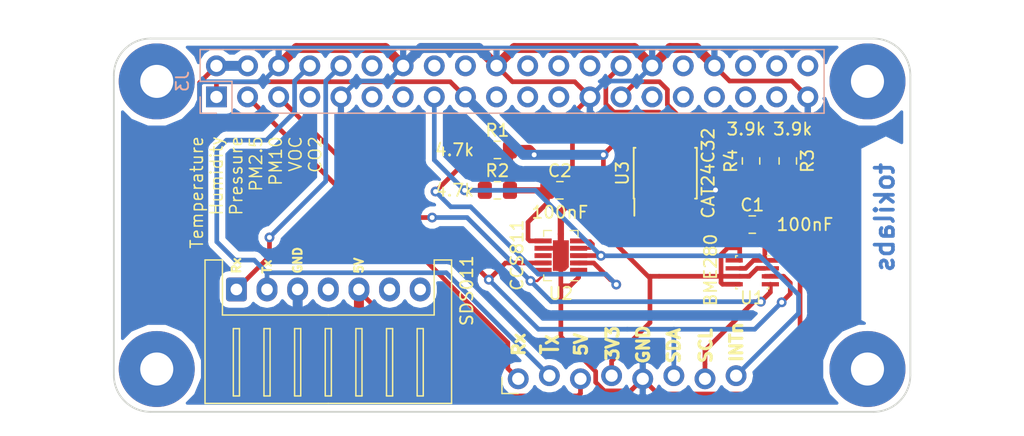
<source format=kicad_pcb>
(kicad_pcb (version 20171130) (host pcbnew "(5.0.0)")

  (general
    (thickness 1.6)
    (drawings 26)
    (tracks 280)
    (zones 0)
    (modules 16)
    (nets 39)
  )

  (page A4)
  (layers
    (0 F.Cu signal)
    (31 B.Cu signal)
    (32 B.Adhes user)
    (33 F.Adhes user)
    (34 B.Paste user)
    (35 F.Paste user)
    (36 B.SilkS user)
    (37 F.SilkS user)
    (38 B.Mask user)
    (39 F.Mask user)
    (40 Dwgs.User user)
    (41 Cmts.User user)
    (42 Eco1.User user)
    (43 Eco2.User user)
    (44 Edge.Cuts user)
    (45 Margin user)
    (46 B.CrtYd user)
    (47 F.CrtYd user)
    (48 B.Fab user)
    (49 F.Fab user)
  )

  (setup
    (last_trace_width 0.25)
    (user_trace_width 0.2)
    (user_trace_width 0.254)
    (user_trace_width 0.381)
    (user_trace_width 0.508)
    (user_trace_width 0.8128)
    (trace_clearance 0.2)
    (zone_clearance 0.508)
    (zone_45_only no)
    (trace_min 0.2)
    (segment_width 0.2)
    (edge_width 0.15)
    (via_size 0.8)
    (via_drill 0.4)
    (via_min_size 0.4)
    (via_min_drill 0.3)
    (uvia_size 0.3)
    (uvia_drill 0.1)
    (uvias_allowed no)
    (uvia_min_size 0.2)
    (uvia_min_drill 0.1)
    (pcb_text_width 0.3)
    (pcb_text_size 1.5 1.5)
    (mod_edge_width 0.15)
    (mod_text_size 1 1)
    (mod_text_width 0.15)
    (pad_size 1.524 1.524)
    (pad_drill 0.762)
    (pad_to_mask_clearance 0.2)
    (aux_axis_origin 0 0)
    (visible_elements 7FFFFFFF)
    (pcbplotparams
      (layerselection 0x010fc_ffffffff)
      (usegerberextensions false)
      (usegerberattributes false)
      (usegerberadvancedattributes false)
      (creategerberjobfile false)
      (excludeedgelayer true)
      (linewidth 0.100000)
      (plotframeref false)
      (viasonmask false)
      (mode 1)
      (useauxorigin false)
      (hpglpennumber 1)
      (hpglpenspeed 20)
      (hpglpendiameter 15.000000)
      (psnegative false)
      (psa4output false)
      (plotreference true)
      (plotvalue true)
      (plotinvisibletext false)
      (padsonsilk false)
      (subtractmaskfromsilk false)
      (outputformat 1)
      (mirror false)
      (drillshape 1)
      (scaleselection 1)
      (outputdirectory ""))
  )

  (net 0 "")
  (net 1 GND)
  (net 2 +3V3)
  (net 3 /UART_RXD)
  (net 4 /UART_TXD)
  (net 5 "Net-(J1-Pad4)")
  (net 6 +5V)
  (net 7 "Net-(J1-Pad6)")
  (net 8 "Net-(J1-Pad7)")
  (net 9 /SDA)
  (net 10 /SCL)
  (net 11 "Net-(J3-Pad7)")
  (net 12 "Net-(J3-Pad11)")
  (net 13 "Net-(J3-Pad12)")
  (net 14 "Net-(J3-Pad13)")
  (net 15 /CCS811_INTn)
  (net 16 "Net-(J3-Pad18)")
  (net 17 "Net-(J3-Pad19)")
  (net 18 "Net-(J3-Pad21)")
  (net 19 "Net-(J3-Pad22)")
  (net 20 "Net-(J3-Pad23)")
  (net 21 "Net-(J3-Pad24)")
  (net 22 "Net-(J3-Pad26)")
  (net 23 "Net-(J3-Pad29)")
  (net 24 "Net-(J3-Pad31)")
  (net 25 "Net-(J3-Pad32)")
  (net 26 "Net-(J3-Pad33)")
  (net 27 "Net-(J3-Pad35)")
  (net 28 "Net-(J3-Pad36)")
  (net 29 "Net-(J3-Pad37)")
  (net 30 "Net-(J3-Pad38)")
  (net 31 "Net-(J3-Pad40)")
  (net 32 "Net-(U2-Pad4)")
  (net 33 "Net-(U2-Pad8)")
  (net 34 "Net-(R1-Pad2)")
  (net 35 /ID_SD)
  (net 36 /ID_SC)
  (net 37 "Net-(J3-Pad16)")
  (net 38 "Net-(U3-Pad7)")

  (net_class Default "This is the default net class."
    (clearance 0.2)
    (trace_width 0.25)
    (via_dia 0.8)
    (via_drill 0.4)
    (uvia_dia 0.3)
    (uvia_drill 0.1)
    (add_net +3V3)
    (add_net +5V)
    (add_net /CCS811_INTn)
    (add_net /ID_SC)
    (add_net /ID_SD)
    (add_net /SCL)
    (add_net /SDA)
    (add_net /UART_RXD)
    (add_net /UART_TXD)
    (add_net GND)
    (add_net "Net-(J1-Pad4)")
    (add_net "Net-(J1-Pad6)")
    (add_net "Net-(J1-Pad7)")
    (add_net "Net-(J3-Pad11)")
    (add_net "Net-(J3-Pad12)")
    (add_net "Net-(J3-Pad13)")
    (add_net "Net-(J3-Pad16)")
    (add_net "Net-(J3-Pad18)")
    (add_net "Net-(J3-Pad19)")
    (add_net "Net-(J3-Pad21)")
    (add_net "Net-(J3-Pad22)")
    (add_net "Net-(J3-Pad23)")
    (add_net "Net-(J3-Pad24)")
    (add_net "Net-(J3-Pad26)")
    (add_net "Net-(J3-Pad29)")
    (add_net "Net-(J3-Pad31)")
    (add_net "Net-(J3-Pad32)")
    (add_net "Net-(J3-Pad33)")
    (add_net "Net-(J3-Pad35)")
    (add_net "Net-(J3-Pad36)")
    (add_net "Net-(J3-Pad37)")
    (add_net "Net-(J3-Pad38)")
    (add_net "Net-(J3-Pad40)")
    (add_net "Net-(J3-Pad7)")
    (add_net "Net-(R1-Pad2)")
    (add_net "Net-(U2-Pad4)")
    (add_net "Net-(U2-Pad8)")
    (add_net "Net-(U3-Pad7)")
  )

  (module lib_fp:JST_XH_S07B-XH-A_1x07_P2.50mm_Horizontal (layer F.Cu) (tedit 5C7261E4) (tstamp 5C576BFD)
    (at 75 90.5)
    (descr "JST XH series connector, S07B-XH-A (http://www.jst-mfg.com/product/pdf/eng/eXH.pdf), generated with kicad-footprint-generator")
    (tags "connector JST XH top entry")
    (path /5BF5E725)
    (fp_text reference J1 (at 7.5 -3.5) (layer F.SilkS) hide
      (effects (font (size 1 1) (thickness 0.15)))
    )
    (fp_text value Conn_SDS011 (at 7.5 10.4) (layer F.Fab)
      (effects (font (size 1 1) (thickness 0.15)))
    )
    (fp_text user %R (at 7.5 3.45) (layer F.Fab)
      (effects (font (size 1 1) (thickness 0.15)))
    )
    (fp_line (start 0 1.2) (end 0.625 2.2) (layer F.Fab) (width 0.1))
    (fp_line (start -0.625 2.2) (end 0 1.2) (layer F.Fab) (width 0.1))
    (fp_line (start 15.25 3.2) (end 14.75 3.2) (layer F.SilkS) (width 0.12))
    (fp_line (start 15.25 8.7) (end 15.25 3.2) (layer F.SilkS) (width 0.12))
    (fp_line (start 14.75 8.7) (end 15.25 8.7) (layer F.SilkS) (width 0.12))
    (fp_line (start 14.75 3.2) (end 14.75 8.7) (layer F.SilkS) (width 0.12))
    (fp_line (start 12.75 3.2) (end 12.25 3.2) (layer F.SilkS) (width 0.12))
    (fp_line (start 12.75 8.7) (end 12.75 3.2) (layer F.SilkS) (width 0.12))
    (fp_line (start 12.25 8.7) (end 12.75 8.7) (layer F.SilkS) (width 0.12))
    (fp_line (start 12.25 3.2) (end 12.25 8.7) (layer F.SilkS) (width 0.12))
    (fp_line (start 10.25 3.2) (end 9.75 3.2) (layer F.SilkS) (width 0.12))
    (fp_line (start 10.25 8.7) (end 10.25 3.2) (layer F.SilkS) (width 0.12))
    (fp_line (start 9.75 8.7) (end 10.25 8.7) (layer F.SilkS) (width 0.12))
    (fp_line (start 9.75 3.2) (end 9.75 8.7) (layer F.SilkS) (width 0.12))
    (fp_line (start 7.75 3.2) (end 7.25 3.2) (layer F.SilkS) (width 0.12))
    (fp_line (start 7.75 8.7) (end 7.75 3.2) (layer F.SilkS) (width 0.12))
    (fp_line (start 7.25 8.7) (end 7.75 8.7) (layer F.SilkS) (width 0.12))
    (fp_line (start 7.25 3.2) (end 7.25 8.7) (layer F.SilkS) (width 0.12))
    (fp_line (start 5.25 3.2) (end 4.75 3.2) (layer F.SilkS) (width 0.12))
    (fp_line (start 5.25 8.7) (end 5.25 3.2) (layer F.SilkS) (width 0.12))
    (fp_line (start 4.75 8.7) (end 5.25 8.7) (layer F.SilkS) (width 0.12))
    (fp_line (start 4.75 3.2) (end 4.75 8.7) (layer F.SilkS) (width 0.12))
    (fp_line (start 2.75 3.2) (end 2.25 3.2) (layer F.SilkS) (width 0.12))
    (fp_line (start 2.75 8.7) (end 2.75 3.2) (layer F.SilkS) (width 0.12))
    (fp_line (start 2.25 8.7) (end 2.75 8.7) (layer F.SilkS) (width 0.12))
    (fp_line (start 2.25 3.2) (end 2.25 8.7) (layer F.SilkS) (width 0.12))
    (fp_line (start 0.25 3.2) (end -0.25 3.2) (layer F.SilkS) (width 0.12))
    (fp_line (start 0.25 8.7) (end 0.25 3.2) (layer F.SilkS) (width 0.12))
    (fp_line (start -0.25 8.7) (end 0.25 8.7) (layer F.SilkS) (width 0.12))
    (fp_line (start -0.25 3.2) (end -0.25 8.7) (layer F.SilkS) (width 0.12))
    (fp_line (start 16.25 2.2) (end 7.5 2.2) (layer F.Fab) (width 0.1))
    (fp_line (start 16.25 -2.3) (end 16.25 2.2) (layer F.Fab) (width 0.1))
    (fp_line (start 17.45 -2.3) (end 16.25 -2.3) (layer F.Fab) (width 0.1))
    (fp_line (start 17.45 9.2) (end 17.45 -2.3) (layer F.Fab) (width 0.1))
    (fp_line (start 7.5 9.2) (end 17.45 9.2) (layer F.Fab) (width 0.1))
    (fp_line (start -1.25 2.2) (end 7.5 2.2) (layer F.Fab) (width 0.1))
    (fp_line (start -1.25 -2.3) (end -1.25 2.2) (layer F.Fab) (width 0.1))
    (fp_line (start -2.45 -2.3) (end -1.25 -2.3) (layer F.Fab) (width 0.1))
    (fp_line (start -2.45 9.2) (end -2.45 -2.3) (layer F.Fab) (width 0.1))
    (fp_line (start 7.5 9.2) (end -2.45 9.2) (layer F.Fab) (width 0.1))
    (fp_line (start 16.14 2.09) (end 7.5 2.09) (layer F.SilkS) (width 0.12))
    (fp_line (start 16.14 -2.41) (end 16.14 2.09) (layer F.SilkS) (width 0.12))
    (fp_line (start 17.56 -2.41) (end 16.14 -2.41) (layer F.SilkS) (width 0.12))
    (fp_line (start 17.56 9.31) (end 17.56 -2.41) (layer F.SilkS) (width 0.12))
    (fp_line (start 7.5 9.31) (end 17.56 9.31) (layer F.SilkS) (width 0.12))
    (fp_line (start -1.14 2.09) (end 7.5 2.09) (layer F.SilkS) (width 0.12))
    (fp_line (start -1.14 -2.41) (end -1.14 2.09) (layer F.SilkS) (width 0.12))
    (fp_line (start -2.56 -2.41) (end -1.14 -2.41) (layer F.SilkS) (width 0.12))
    (fp_line (start -2.56 9.31) (end -2.56 -2.41) (layer F.SilkS) (width 0.12))
    (fp_line (start 7.5 9.31) (end -2.56 9.31) (layer F.SilkS) (width 0.12))
    (fp_line (start 17.95 -2.8) (end -2.95 -2.8) (layer F.CrtYd) (width 0.05))
    (fp_line (start 17.95 9.7) (end 17.95 -2.8) (layer F.CrtYd) (width 0.05))
    (fp_line (start -2.95 9.7) (end 17.95 9.7) (layer F.CrtYd) (width 0.05))
    (fp_line (start -2.95 -2.8) (end -2.95 9.7) (layer F.CrtYd) (width 0.05))
    (pad 7 thru_hole oval (at 15 0) (size 1.7 1.95) (drill 0.95) (layers *.Cu *.Mask)
      (net 8 "Net-(J1-Pad7)"))
    (pad 6 thru_hole oval (at 12.5 0) (size 1.7 1.95) (drill 0.95) (layers *.Cu *.Mask)
      (net 7 "Net-(J1-Pad6)"))
    (pad 5 thru_hole oval (at 10 0) (size 1.7 1.95) (drill 0.95) (layers *.Cu *.Mask)
      (net 6 +5V))
    (pad 4 thru_hole oval (at 7.5 0) (size 1.7 1.95) (drill 0.95) (layers *.Cu *.Mask)
      (net 5 "Net-(J1-Pad4)"))
    (pad 3 thru_hole oval (at 5 0) (size 1.7 1.95) (drill 0.95) (layers *.Cu *.Mask)
      (net 1 GND))
    (pad 2 thru_hole oval (at 2.5 0) (size 1.7 1.95) (drill 0.95) (layers *.Cu *.Mask)
      (net 4 /UART_TXD))
    (pad 1 thru_hole roundrect (at 0 0) (size 1.7 1.95) (drill 0.95) (layers *.Cu *.Mask) (roundrect_rratio 0.147059)
      (net 3 /UART_RXD))
    (model ${KISYS3DMOD}/Connector_JST.3dshapes/JST_XH_S07B-XH-A_1x07_P2.50mm_Horizontal.wrl
      (at (xyz 0 0 0))
      (scale (xyz 1 1 1))
      (rotate (xyz 0 0 0))
    )
  )

  (module lib_fp:Bosch_LGA-8_2.5x2.5mm_P0.65mm_ClockwisePinNumbering (layer F.Cu) (tedit 5C723D5B) (tstamp 5C576D0A)
    (at 117.1 89.1 270)
    (descr LGA-8)
    (tags "lga land grid array")
    (path /5BEF7005)
    (solder_mask_margin 0.04)
    (attr smd)
    (fp_text reference U1 (at 2.086 0) (layer F.SilkS)
      (effects (font (size 1 1) (thickness 0.15)))
    )
    (fp_text value BME280 (at -0.2 3.4 270) (layer F.SilkS)
      (effects (font (size 1 1) (thickness 0.15)))
    )
    (fp_text user %R (at 0 0 90) (layer F.Fab)
      (effects (font (size 0.5 0.5) (thickness 0.075)))
    )
    (fp_line (start -1.35 1.36) (end -1.2 1.36) (layer F.SilkS) (width 0.1))
    (fp_line (start -1.25 -0.5) (end -0.5 -1.25) (layer F.Fab) (width 0.1))
    (fp_line (start -1.35 1.35) (end -1.35 1.2) (layer F.SilkS) (width 0.1))
    (fp_line (start 1.35 1.35) (end 1.35 1.2) (layer F.SilkS) (width 0.1))
    (fp_line (start 1.35 1.35) (end 1.2 1.35) (layer F.SilkS) (width 0.1))
    (fp_line (start 1.2 -1.35) (end 1.35 -1.35) (layer F.SilkS) (width 0.1))
    (fp_line (start 1.35 -1.35) (end 1.35 -1.2) (layer F.SilkS) (width 0.1))
    (fp_line (start -1.35 -1.2) (end -1.35 -1.45) (layer F.SilkS) (width 0.1))
    (fp_line (start -1.25 1.25) (end -1.25 -0.5) (layer F.Fab) (width 0.1))
    (fp_line (start -0.5 -1.25) (end 1.25 -1.25) (layer F.Fab) (width 0.1))
    (fp_line (start 1.25 -1.25) (end 1.25 1.25) (layer F.Fab) (width 0.1))
    (fp_line (start 1.25 1.25) (end -1.25 1.25) (layer F.Fab) (width 0.1))
    (fp_line (start -1.41 1.54) (end -1.41 -1.54) (layer F.CrtYd) (width 0.05))
    (fp_line (start -1.41 -1.54) (end 1.41 -1.54) (layer F.CrtYd) (width 0.05))
    (fp_line (start 1.41 -1.54) (end 1.41 1.54) (layer F.CrtYd) (width 0.05))
    (fp_line (start 1.41 1.54) (end -1.41 1.54) (layer F.CrtYd) (width 0.05))
    (pad 4 smd rect (at 0.975 -1.475) (size 1.4 0.35) (layers F.Cu F.Paste F.Mask)
      (net 10 /SCL))
    (pad 3 smd rect (at 0.325 -1.475) (size 1.4 0.35) (layers F.Cu F.Paste F.Mask)
      (net 9 /SDA))
    (pad 2 smd rect (at -0.325 -1.475) (size 1.4 0.35) (layers F.Cu F.Paste F.Mask)
      (net 2 +3V3))
    (pad 1 smd rect (at -0.975 -1.475) (size 1.4 0.35) (layers F.Cu F.Paste F.Mask)
      (net 1 GND))
    (pad 8 smd rect (at -0.975 1.475) (size 1.4 0.35) (layers F.Cu F.Paste F.Mask)
      (net 2 +3V3))
    (pad 7 smd rect (at -0.325 1.475) (size 1.4 0.35) (layers F.Cu F.Paste F.Mask)
      (net 1 GND))
    (pad 6 smd rect (at 0.325 1.475) (size 1.4 0.35) (layers F.Cu F.Paste F.Mask)
      (net 2 +3V3))
    (pad 5 smd rect (at 0.975 1.475) (size 1.4 0.35) (layers F.Cu F.Paste F.Mask)
      (net 2 +3V3))
    (model ${KISYS3DMOD}/Package_LGA.3dshapes/Bosch_LGA-8_2.5x2.5mm_P0.65mm_ClockwisePinNumbering.wrl
      (offset (xyz 0.01500000025472259 -0.03500000059435272 0))
      (scale (xyz 1 1 1))
      (rotate (xyz 0 0 0))
    )
  )

  (module lib_fp:AMS_LGA-10-1EP_2.7x4mm_P0.6mm (layer F.Cu) (tedit 5C723D1F) (tstamp 5C576D2C)
    (at 101.477864 87.73473 180)
    (descr "LGA-10, http://ams.com/eng/content/download/951091/2269479/471718")
    (tags "lga land grid array")
    (path /5BEF6F17)
    (solder_mask_margin 0.03)
    (attr smd)
    (fp_text reference U2 (at 0 -3.1 180) (layer F.SilkS)
      (effects (font (size 1 1) (thickness 0.15)))
    )
    (fp_text value CCS811 (at 3.577864 0.03473 270) (layer F.SilkS)
      (effects (font (size 1 1) (thickness 0.15)))
    )
    (fp_line (start 1.4 -2.05) (end 1.4 -1.57) (layer F.SilkS) (width 0.1))
    (fp_line (start 0.76 -2.05) (end 1.4 -2.05) (layer F.SilkS) (width 0.1))
    (fp_line (start 1.4 1.57) (end 1.4 2.05) (layer F.SilkS) (width 0.1))
    (fp_line (start 0.76 2.05) (end 1.4 2.05) (layer F.SilkS) (width 0.1))
    (fp_line (start -1.4 -2.05) (end -0.76 -2.05) (layer F.SilkS) (width 0.1))
    (fp_line (start -1.4 2.05) (end -0.76 2.05) (layer F.SilkS) (width 0.1))
    (fp_line (start -1.4 1.57) (end -1.4 2.05) (layer F.SilkS) (width 0.1))
    (fp_line (start -1 -1.95) (end 1.3 -1.95) (layer F.Fab) (width 0.1))
    (fp_line (start -1.3 -1.65) (end -1 -1.95) (layer F.Fab) (width 0.1))
    (fp_line (start -1.3 1.95) (end -1.3 -1.65) (layer F.Fab) (width 0.1))
    (fp_line (start 1.3 1.95) (end -1.3 1.95) (layer F.Fab) (width 0.1))
    (fp_line (start 1.3 -1.95) (end 1.3 1.95) (layer F.Fab) (width 0.1))
    (fp_line (start -1.5 -2.15) (end 1.5 -2.15) (layer F.CrtYd) (width 0.05))
    (fp_line (start -1.5 2.15) (end -1.5 -2.15) (layer F.CrtYd) (width 0.05))
    (fp_line (start 1.5 2.15) (end -1.5 2.15) (layer F.CrtYd) (width 0.05))
    (fp_line (start 1.5 -2.15) (end 1.5 2.15) (layer F.CrtYd) (width 0.05))
    (fp_text user %R (at 0 0 180) (layer F.Fab)
      (effects (font (size 0.5 0.5) (thickness 0.05)))
    )
    (pad 8 smd rect (at 1.45 0 180) (size 1.4 0.4) (layers F.Cu F.Paste F.Mask)
      (net 33 "Net-(U2-Pad8)"))
    (pad 4 smd rect (at -1.45 0.6 180) (size 1.4 0.4) (layers F.Cu F.Paste F.Mask)
      (net 32 "Net-(U2-Pad4)"))
    (pad 3 smd rect (at -1.45 0 180) (size 1.4 0.4) (layers F.Cu F.Paste F.Mask)
      (net 15 /CCS811_INTn))
    (pad 2 smd rect (at -1.45 -0.6 180) (size 1.4 0.4) (layers F.Cu F.Paste F.Mask)
      (net 34 "Net-(R1-Pad2)"))
    (pad 1 smd rect (at -1.45 -1.2 180) (size 1.4 0.4) (layers F.Cu F.Paste F.Mask)
      (net 1 GND))
    (pad 5 smd rect (at -1.45 1.2 180) (size 1.4 0.4) (layers F.Cu F.Paste F.Mask)
      (net 32 "Net-(U2-Pad4)"))
    (pad 9 smd rect (at 1.45 -0.6 180) (size 1.4 0.4) (layers F.Cu F.Paste F.Mask)
      (net 9 /SDA))
    (pad 10 smd rect (at 1.45 -1.2 180) (size 1.4 0.4) (layers F.Cu F.Paste F.Mask)
      (net 10 /SCL))
    (pad 7 smd rect (at 1.45 0.6 180) (size 1.4 0.4) (layers F.Cu F.Paste F.Mask)
      (net 1 GND))
    (pad 6 smd rect (at 1.45 1.2 180) (size 1.4 0.4) (layers F.Cu F.Paste F.Mask)
      (net 2 +3V3))
    (pad 11 smd rect (at 0 0.15 180) (size 1.3 2.2) (layers F.Cu F.Paste F.Mask)
      (net 1 GND))
    (pad 11 smd rect (at 0.15 -1.1 180) (size 1 0.3) (layers F.Cu F.Paste F.Mask)
      (net 1 GND))
    (pad 11 smd trapezoid (at 0 -1.1 180) (size 1 0.3) (rect_delta 0 0.3 ) (layers F.Cu F.Paste F.Mask)
      (net 1 GND))
    (model ${KISYS3DMOD}/Package_LGA.3dshapes/AMS_LGA-10-1EP_2.7x4mm_P0.6mm.wrl
      (at (xyz 0 0 0))
      (scale (xyz 1 1 1))
      (rotate (xyz 0 0 0))
    )
  )

  (module lib_fp:PinSocket_2x20_P2.54mm_Vertical_Centered (layer B.Cu) (tedit 5C5F8511) (tstamp 5C576C3B)
    (at 97.5 73.5 270)
    (descr "Through hole straight socket strip, 2x20, 2.54mm pitch, double cols (from Kicad 4.0.7), script generated")
    (tags "Through hole socket strip THT 2x20 2.54mm double row")
    (path /5BEF71F2)
    (fp_text reference J3 (at 0 26.9 270) (layer B.SilkS)
      (effects (font (size 1 1) (thickness 0.15)) (justify mirror))
    )
    (fp_text value Raspberry_Pi_2_3 (at 0 -26.9 270) (layer B.Fab)
      (effects (font (size 1 1) (thickness 0.15)) (justify mirror))
    )
    (fp_text user %R (at 0 0 180) (layer B.Fab)
      (effects (font (size 1 1) (thickness 0.15)) (justify mirror))
    )
    (fp_line (start -3.07 -25.87) (end -3.07 25.93) (layer B.CrtYd) (width 0.05))
    (fp_line (start 3.03 -25.87) (end -3.07 -25.87) (layer B.CrtYd) (width 0.05))
    (fp_line (start 3.03 25.93) (end 3.03 -25.87) (layer B.CrtYd) (width 0.05))
    (fp_line (start -3.07 25.93) (end 3.03 25.93) (layer B.CrtYd) (width 0.05))
    (fp_line (start 1.27 25.46) (end 2.6 25.46) (layer B.SilkS) (width 0.12))
    (fp_line (start 2.6 25.46) (end 2.6 24.13) (layer B.SilkS) (width 0.12))
    (fp_line (start 0 25.46) (end 0 22.86) (layer B.SilkS) (width 0.12))
    (fp_line (start 0 22.86) (end 2.6 22.86) (layer B.SilkS) (width 0.12))
    (fp_line (start 2.6 22.86) (end 2.6 -25.46) (layer B.SilkS) (width 0.12))
    (fp_line (start -2.6 -25.46) (end 2.6 -25.46) (layer B.SilkS) (width 0.12))
    (fp_line (start -2.6 25.46) (end -2.6 -25.46) (layer B.SilkS) (width 0.12))
    (fp_line (start -2.6 25.46) (end 0 25.46) (layer B.SilkS) (width 0.12))
    (fp_line (start -2.54 -25.4) (end -2.54 25.4) (layer B.Fab) (width 0.1))
    (fp_line (start 2.54 -25.4) (end -2.54 -25.4) (layer B.Fab) (width 0.1))
    (fp_line (start 2.54 24.4) (end 2.54 -25.4) (layer B.Fab) (width 0.1))
    (fp_line (start 1.54 25.4) (end 2.54 24.4) (layer B.Fab) (width 0.1))
    (fp_line (start -2.54 25.4) (end 1.54 25.4) (layer B.Fab) (width 0.1))
    (pad 40 thru_hole oval (at -1.27 -24.13 270) (size 1.7 1.7) (drill 1) (layers *.Cu *.Mask)
      (net 31 "Net-(J3-Pad40)"))
    (pad 39 thru_hole oval (at 1.27 -24.13 270) (size 1.7 1.7) (drill 1) (layers *.Cu *.Mask)
      (net 1 GND))
    (pad 38 thru_hole oval (at -1.27 -21.59 270) (size 1.7 1.7) (drill 1) (layers *.Cu *.Mask)
      (net 30 "Net-(J3-Pad38)"))
    (pad 37 thru_hole oval (at 1.27 -21.59 270) (size 1.7 1.7) (drill 1) (layers *.Cu *.Mask)
      (net 29 "Net-(J3-Pad37)"))
    (pad 36 thru_hole oval (at -1.27 -19.05 270) (size 1.7 1.7) (drill 1) (layers *.Cu *.Mask)
      (net 28 "Net-(J3-Pad36)"))
    (pad 35 thru_hole oval (at 1.27 -19.05 270) (size 1.7 1.7) (drill 1) (layers *.Cu *.Mask)
      (net 27 "Net-(J3-Pad35)"))
    (pad 34 thru_hole oval (at -1.27 -16.51 270) (size 1.7 1.7) (drill 1) (layers *.Cu *.Mask)
      (net 1 GND))
    (pad 33 thru_hole oval (at 1.27 -16.51 270) (size 1.7 1.7) (drill 1) (layers *.Cu *.Mask)
      (net 26 "Net-(J3-Pad33)"))
    (pad 32 thru_hole oval (at -1.27 -13.97 270) (size 1.7 1.7) (drill 1) (layers *.Cu *.Mask)
      (net 25 "Net-(J3-Pad32)"))
    (pad 31 thru_hole oval (at 1.27 -13.97 270) (size 1.7 1.7) (drill 1) (layers *.Cu *.Mask)
      (net 24 "Net-(J3-Pad31)"))
    (pad 30 thru_hole oval (at -1.27 -11.43 270) (size 1.7 1.7) (drill 1) (layers *.Cu *.Mask)
      (net 1 GND))
    (pad 29 thru_hole oval (at 1.27 -11.43 270) (size 1.7 1.7) (drill 1) (layers *.Cu *.Mask)
      (net 23 "Net-(J3-Pad29)"))
    (pad 28 thru_hole oval (at -1.27 -8.89 270) (size 1.7 1.7) (drill 1) (layers *.Cu *.Mask)
      (net 36 /ID_SC))
    (pad 27 thru_hole oval (at 1.27 -8.89 270) (size 1.7 1.7) (drill 1) (layers *.Cu *.Mask)
      (net 35 /ID_SD))
    (pad 26 thru_hole oval (at -1.27 -6.35 270) (size 1.7 1.7) (drill 1) (layers *.Cu *.Mask)
      (net 22 "Net-(J3-Pad26)"))
    (pad 25 thru_hole oval (at 1.27 -6.35 270) (size 1.7 1.7) (drill 1) (layers *.Cu *.Mask)
      (net 1 GND))
    (pad 24 thru_hole oval (at -1.27 -3.81 270) (size 1.7 1.7) (drill 1) (layers *.Cu *.Mask)
      (net 21 "Net-(J3-Pad24)"))
    (pad 23 thru_hole oval (at 1.27 -3.81 270) (size 1.7 1.7) (drill 1) (layers *.Cu *.Mask)
      (net 20 "Net-(J3-Pad23)"))
    (pad 22 thru_hole oval (at -1.27 -1.27 270) (size 1.7 1.7) (drill 1) (layers *.Cu *.Mask)
      (net 19 "Net-(J3-Pad22)"))
    (pad 21 thru_hole oval (at 1.27 -1.27 270) (size 1.7 1.7) (drill 1) (layers *.Cu *.Mask)
      (net 18 "Net-(J3-Pad21)"))
    (pad 20 thru_hole oval (at -1.27 1.27 270) (size 1.7 1.7) (drill 1) (layers *.Cu *.Mask)
      (net 1 GND))
    (pad 19 thru_hole oval (at 1.27 1.27 270) (size 1.7 1.7) (drill 1) (layers *.Cu *.Mask)
      (net 17 "Net-(J3-Pad19)"))
    (pad 18 thru_hole oval (at -1.27 3.81 270) (size 1.7 1.7) (drill 1) (layers *.Cu *.Mask)
      (net 16 "Net-(J3-Pad18)"))
    (pad 17 thru_hole oval (at 1.27 3.81 270) (size 1.7 1.7) (drill 1) (layers *.Cu *.Mask)
      (net 2 +3V3))
    (pad 16 thru_hole oval (at -1.27 6.35 270) (size 1.7 1.7) (drill 1) (layers *.Cu *.Mask)
      (net 37 "Net-(J3-Pad16)"))
    (pad 15 thru_hole oval (at 1.27 6.35 270) (size 1.7 1.7) (drill 1) (layers *.Cu *.Mask)
      (net 15 /CCS811_INTn))
    (pad 14 thru_hole oval (at -1.27 8.89 270) (size 1.7 1.7) (drill 1) (layers *.Cu *.Mask)
      (net 1 GND))
    (pad 13 thru_hole oval (at 1.27 8.89 270) (size 1.7 1.7) (drill 1) (layers *.Cu *.Mask)
      (net 14 "Net-(J3-Pad13)"))
    (pad 12 thru_hole oval (at -1.27 11.43 270) (size 1.7 1.7) (drill 1) (layers *.Cu *.Mask)
      (net 13 "Net-(J3-Pad12)"))
    (pad 11 thru_hole oval (at 1.27 11.43 270) (size 1.7 1.7) (drill 1) (layers *.Cu *.Mask)
      (net 12 "Net-(J3-Pad11)"))
    (pad 10 thru_hole oval (at -1.27 13.97 270) (size 1.7 1.7) (drill 1) (layers *.Cu *.Mask)
      (net 3 /UART_RXD))
    (pad 9 thru_hole oval (at 1.27 13.97 270) (size 1.7 1.7) (drill 1) (layers *.Cu *.Mask)
      (net 1 GND))
    (pad 8 thru_hole oval (at -1.27 16.51 270) (size 1.7 1.7) (drill 1) (layers *.Cu *.Mask)
      (net 4 /UART_TXD))
    (pad 7 thru_hole oval (at 1.27 16.51 270) (size 1.7 1.7) (drill 1) (layers *.Cu *.Mask)
      (net 11 "Net-(J3-Pad7)"))
    (pad 6 thru_hole oval (at -1.27 19.05 270) (size 1.7 1.7) (drill 1) (layers *.Cu *.Mask)
      (net 1 GND))
    (pad 5 thru_hole oval (at 1.27 19.05 270) (size 1.7 1.7) (drill 1) (layers *.Cu *.Mask)
      (net 10 /SCL))
    (pad 4 thru_hole oval (at -1.27 21.59 270) (size 1.7 1.7) (drill 1) (layers *.Cu *.Mask)
      (net 6 +5V))
    (pad 3 thru_hole oval (at 1.27 21.59 270) (size 1.7 1.7) (drill 1) (layers *.Cu *.Mask)
      (net 9 /SDA))
    (pad 2 thru_hole oval (at -1.27 24.13 270) (size 1.7 1.7) (drill 1) (layers *.Cu *.Mask)
      (net 6 +5V))
    (pad 1 thru_hole rect (at 1.27 24.13 270) (size 1.7 1.7) (drill 1) (layers *.Cu *.Mask)
      (net 2 +3V3))
    (model ${KISYS3DMOD}/Connector_PinSocket_2.54mm.3dshapes/PinSocket_2x20_P2.54mm_Vertical.wrl
      (offset (xyz 1.3 24.14 0))
      (scale (xyz 1 1 1))
      (rotate (xyz 0 0 0))
    )
  )

  (module Housings_SOIC:SOIC-8_3.9x4.9mm_Pitch1.27mm (layer F.Cu) (tedit 5C723D7F) (tstamp 5C5E7131)
    (at 110 81 90)
    (descr "8-Lead Plastic Small Outline (SN) - Narrow, 3.90 mm Body [SOIC] (see Microchip Packaging Specification 00000049BS.pdf)")
    (tags "SOIC 1.27")
    (path /5C5E85AC)
    (solder_mask_margin 0.1)
    (attr smd)
    (fp_text reference U3 (at 0 -3.5 90) (layer F.SilkS)
      (effects (font (size 1 1) (thickness 0.15)))
    )
    (fp_text value CAT24C32 (at 0 3.5 90) (layer F.SilkS)
      (effects (font (size 1 1) (thickness 0.15)))
    )
    (fp_line (start -2.075 -2.525) (end -3.475 -2.525) (layer F.SilkS) (width 0.15))
    (fp_line (start -2.075 2.575) (end 2.075 2.575) (layer F.SilkS) (width 0.15))
    (fp_line (start -2.075 -2.575) (end 2.075 -2.575) (layer F.SilkS) (width 0.15))
    (fp_line (start -2.075 2.575) (end -2.075 2.43) (layer F.SilkS) (width 0.15))
    (fp_line (start 2.075 2.575) (end 2.075 2.43) (layer F.SilkS) (width 0.15))
    (fp_line (start 2.075 -2.575) (end 2.075 -2.43) (layer F.SilkS) (width 0.15))
    (fp_line (start -2.075 -2.575) (end -2.075 -2.525) (layer F.SilkS) (width 0.15))
    (fp_line (start -3.73 2.7) (end 3.73 2.7) (layer F.CrtYd) (width 0.05))
    (fp_line (start -3.73 -2.7) (end 3.73 -2.7) (layer F.CrtYd) (width 0.05))
    (fp_line (start 3.73 -2.7) (end 3.73 2.7) (layer F.CrtYd) (width 0.05))
    (fp_line (start -3.73 -2.7) (end -3.73 2.7) (layer F.CrtYd) (width 0.05))
    (fp_line (start -1.95 -1.45) (end -0.95 -2.45) (layer F.Fab) (width 0.1))
    (fp_line (start -1.95 2.45) (end -1.95 -1.45) (layer F.Fab) (width 0.1))
    (fp_line (start 1.95 2.45) (end -1.95 2.45) (layer F.Fab) (width 0.1))
    (fp_line (start 1.95 -2.45) (end 1.95 2.45) (layer F.Fab) (width 0.1))
    (fp_line (start -0.95 -2.45) (end 1.95 -2.45) (layer F.Fab) (width 0.1))
    (fp_text user %R (at 0 0 90) (layer F.Fab)
      (effects (font (size 1 1) (thickness 0.15)))
    )
    (pad 8 smd rect (at 2.7 -1.905 90) (size 1.55 0.6) (layers F.Cu F.Paste F.Mask)
      (net 2 +3V3))
    (pad 7 smd rect (at 2.7 -0.635 90) (size 1.55 0.6) (layers F.Cu F.Paste F.Mask)
      (net 38 "Net-(U3-Pad7)"))
    (pad 6 smd rect (at 2.7 0.635 90) (size 1.55 0.6) (layers F.Cu F.Paste F.Mask)
      (net 36 /ID_SC))
    (pad 5 smd rect (at 2.7 1.905 90) (size 1.55 0.6) (layers F.Cu F.Paste F.Mask)
      (net 35 /ID_SD))
    (pad 4 smd rect (at -2.7 1.905 90) (size 1.55 0.6) (layers F.Cu F.Paste F.Mask)
      (net 1 GND))
    (pad 3 smd rect (at -2.7 0.635 90) (size 1.55 0.6) (layers F.Cu F.Paste F.Mask)
      (net 1 GND))
    (pad 2 smd rect (at -2.7 -0.635 90) (size 1.55 0.6) (layers F.Cu F.Paste F.Mask)
      (net 1 GND))
    (pad 1 smd rect (at -2.7 -1.905 90) (size 1.55 0.6) (layers F.Cu F.Paste F.Mask)
      (net 1 GND))
    (model ${KISYS3DMOD}/Housings_SOIC.3dshapes/SOIC-8_3.9x4.9mm_Pitch1.27mm.wrl
      (at (xyz 0 0 0))
      (scale (xyz 1 1 1))
      (rotate (xyz 0 0 0))
    )
  )

  (module lib_fp:R_0805_2012Metric_Pad1.15x1.40mm_HandSolder (layer F.Cu) (tedit 5C723CAD) (tstamp 5C5E6F4A)
    (at 117 80 90)
    (descr "Resistor SMD 0805 (2012 Metric), square (rectangular) end terminal, IPC_7351 nominal with elongated pad for handsoldering. (Body size source: https://docs.google.com/spreadsheets/d/1BsfQQcO9C6DZCsRaXUlFlo91Tg2WpOkGARC1WS5S8t0/edit?usp=sharing), generated with kicad-footprint-generator")
    (tags "resistor handsolder")
    (path /5C5E893F)
    (attr smd)
    (fp_text reference R4 (at 0 -1.65 90) (layer F.SilkS)
      (effects (font (size 1 1) (thickness 0.15)))
    )
    (fp_text value 3.9k (at 2.6 -0.4 180) (layer F.SilkS)
      (effects (font (size 1 1) (thickness 0.15)))
    )
    (fp_line (start -1 0.6) (end -1 -0.6) (layer F.Fab) (width 0.1))
    (fp_line (start -1 -0.6) (end 1 -0.6) (layer F.Fab) (width 0.1))
    (fp_line (start 1 -0.6) (end 1 0.6) (layer F.Fab) (width 0.1))
    (fp_line (start 1 0.6) (end -1 0.6) (layer F.Fab) (width 0.1))
    (fp_line (start -0.261252 -0.71) (end 0.261252 -0.71) (layer F.SilkS) (width 0.12))
    (fp_line (start -0.261252 0.71) (end 0.261252 0.71) (layer F.SilkS) (width 0.12))
    (fp_line (start -1.85 0.95) (end -1.85 -0.95) (layer F.CrtYd) (width 0.05))
    (fp_line (start -1.85 -0.95) (end 1.85 -0.95) (layer F.CrtYd) (width 0.05))
    (fp_line (start 1.85 -0.95) (end 1.85 0.95) (layer F.CrtYd) (width 0.05))
    (fp_line (start 1.85 0.95) (end -1.85 0.95) (layer F.CrtYd) (width 0.05))
    (fp_text user %R (at 0 0 90) (layer F.Fab)
      (effects (font (size 0.5 0.5) (thickness 0.08)))
    )
    (pad 1 smd roundrect (at -1.025 0 90) (size 1.15 1.4) (layers F.Cu F.Paste F.Mask) (roundrect_rratio 0.217391)
      (net 2 +3V3))
    (pad 2 smd roundrect (at 1.025 0 90) (size 1.15 1.4) (layers F.Cu F.Paste F.Mask) (roundrect_rratio 0.217391)
      (net 36 /ID_SC))
    (model ${KISYS3DMOD}/Resistor_SMD.3dshapes/R_0805_2012Metric.wrl
      (at (xyz 0 0 0))
      (scale (xyz 1 1 1))
      (rotate (xyz 0 0 0))
    )
  )

  (module lib_fp:Pin_Header_Straight_1x08_Pitch2.54mm_Staggered (layer F.Cu) (tedit 5C5E63C9) (tstamp 5C5E6F4B)
    (at 98 97.673 90)
    (descr "Through hole straight pin header, 1x09, 2.54mm pitch, single row")
    (tags "Through hole pin header THT 1x09 2.54mm single row")
    (path /5C632DEA)
    (fp_text reference J2 (at 0 -2.33 90) (layer F.SilkS) hide
      (effects (font (size 1 1) (thickness 0.15)))
    )
    (fp_text value Conn_01x08 (at 0 19.812 90) (layer F.Fab)
      (effects (font (size 1 1) (thickness 0.15)))
    )
    (fp_line (start -1.33 0) (end -1.33 -1.33) (layer F.SilkS) (width 0.12))
    (fp_line (start -1.33 -1.33) (end 0 -1.33) (layer F.SilkS) (width 0.12))
    (fp_text user %R (at 0 10.16 180) (layer F.Fab)
      (effects (font (size 1 1) (thickness 0.15)))
    )
    (pad 1 thru_hole circle (at -0.127 0 90) (size 1.7 1.7) (drill 1) (layers *.Cu *.Mask)
      (net 3 /UART_RXD))
    (pad 2 thru_hole oval (at 0.127 2.54 90) (size 1.7 1.7) (drill 1) (layers *.Cu *.Mask)
      (net 4 /UART_TXD))
    (pad 3 thru_hole oval (at -0.127 5.08 90) (size 1.7 1.7) (drill 1) (layers *.Cu *.Mask)
      (net 6 +5V))
    (pad 4 thru_hole oval (at 0.127 7.62 90) (size 1.7 1.7) (drill 1) (layers *.Cu *.Mask)
      (net 2 +3V3))
    (pad 5 thru_hole oval (at -0.127 10.16 90) (size 1.7 1.7) (drill 1) (layers *.Cu *.Mask)
      (net 1 GND))
    (pad 6 thru_hole oval (at 0.127 12.7 90) (size 1.7 1.7) (drill 1) (layers *.Cu *.Mask)
      (net 9 /SDA))
    (pad 7 thru_hole oval (at -0.127 15.24 90) (size 1.7 1.7) (drill 1) (layers *.Cu *.Mask)
      (net 10 /SCL))
    (pad 8 thru_hole oval (at 0.127 17.78 90) (size 1.7 1.7) (drill 1) (layers *.Cu *.Mask)
      (net 15 /CCS811_INTn))
    (model ${KISYS3DMOD}/Pin_Headers.3dshapes/Pin_Header_Straight_1x09_Pitch2.54mm.wrl
      (offset (xyz 0 -10.127 0))
      (scale (xyz 1 1 1))
      (rotate (xyz 0 0 90))
    )
  )

  (module lib_fp:R_0805_2012Metric_Pad1.15x1.40mm_HandSolder (layer F.Cu) (tedit 5C723C48) (tstamp 5C5A7FE3)
    (at 96.3 79.1 180)
    (descr "Resistor SMD 0805 (2012 Metric), square (rectangular) end terminal, IPC_7351 nominal with elongated pad for handsoldering. (Body size source: https://docs.google.com/spreadsheets/d/1BsfQQcO9C6DZCsRaXUlFlo91Tg2WpOkGARC1WS5S8t0/edit?usp=sharing), generated with kicad-footprint-generator")
    (tags "resistor handsolder")
    (path /5C0135AD)
    (attr smd)
    (fp_text reference R1 (at 0 1.6 180) (layer F.SilkS)
      (effects (font (size 1 1) (thickness 0.15)))
    )
    (fp_text value 4.7k (at 3.5 0 180) (layer F.SilkS)
      (effects (font (size 1 1) (thickness 0.15)))
    )
    (fp_line (start -1 0.6) (end -1 -0.6) (layer F.Fab) (width 0.1))
    (fp_line (start -1 -0.6) (end 1 -0.6) (layer F.Fab) (width 0.1))
    (fp_line (start 1 -0.6) (end 1 0.6) (layer F.Fab) (width 0.1))
    (fp_line (start 1 0.6) (end -1 0.6) (layer F.Fab) (width 0.1))
    (fp_line (start -0.261252 -0.71) (end 0.261252 -0.71) (layer F.SilkS) (width 0.12))
    (fp_line (start -0.261252 0.71) (end 0.261252 0.71) (layer F.SilkS) (width 0.12))
    (fp_line (start -1.85 0.95) (end -1.85 -0.95) (layer F.CrtYd) (width 0.05))
    (fp_line (start -1.85 -0.95) (end 1.85 -0.95) (layer F.CrtYd) (width 0.05))
    (fp_line (start 1.85 -0.95) (end 1.85 0.95) (layer F.CrtYd) (width 0.05))
    (fp_line (start 1.85 0.95) (end -1.85 0.95) (layer F.CrtYd) (width 0.05))
    (fp_text user %R (at 0 0 180) (layer F.Fab)
      (effects (font (size 0.5 0.5) (thickness 0.08)))
    )
    (pad 1 smd roundrect (at -1.025 0 180) (size 1.15 1.4) (layers F.Cu F.Paste F.Mask) (roundrect_rratio 0.217391)
      (net 2 +3V3))
    (pad 2 smd roundrect (at 1.025 0 180) (size 1.15 1.4) (layers F.Cu F.Paste F.Mask) (roundrect_rratio 0.217391)
      (net 34 "Net-(R1-Pad2)"))
    (model ${KISYS3DMOD}/Resistor_SMD.3dshapes/R_0805_2012Metric.wrl
      (at (xyz 0 0 0))
      (scale (xyz 1 1 1))
      (rotate (xyz 0 0 0))
    )
  )

  (module lib_fp:R_0805_2012Metric_Pad1.15x1.40mm_HandSolder (layer F.Cu) (tedit 5C723C4C) (tstamp 5C5A7D6D)
    (at 96.3 82.4 180)
    (descr "Resistor SMD 0805 (2012 Metric), square (rectangular) end terminal, IPC_7351 nominal with elongated pad for handsoldering. (Body size source: https://docs.google.com/spreadsheets/d/1BsfQQcO9C6DZCsRaXUlFlo91Tg2WpOkGARC1WS5S8t0/edit?usp=sharing), generated with kicad-footprint-generator")
    (tags "resistor handsolder")
    (path /5C5C103E)
    (attr smd)
    (fp_text reference R2 (at 0 1.6 180) (layer F.SilkS)
      (effects (font (size 1 1) (thickness 0.15)))
    )
    (fp_text value 4.7k (at 3.5 0 180) (layer F.SilkS)
      (effects (font (size 1 1) (thickness 0.15)))
    )
    (fp_line (start -1 0.6) (end -1 -0.6) (layer F.Fab) (width 0.1))
    (fp_line (start -1 -0.6) (end 1 -0.6) (layer F.Fab) (width 0.1))
    (fp_line (start 1 -0.6) (end 1 0.6) (layer F.Fab) (width 0.1))
    (fp_line (start 1 0.6) (end -1 0.6) (layer F.Fab) (width 0.1))
    (fp_line (start -0.261252 -0.71) (end 0.261252 -0.71) (layer F.SilkS) (width 0.12))
    (fp_line (start -0.261252 0.71) (end 0.261252 0.71) (layer F.SilkS) (width 0.12))
    (fp_line (start -1.85 0.95) (end -1.85 -0.95) (layer F.CrtYd) (width 0.05))
    (fp_line (start -1.85 -0.95) (end 1.85 -0.95) (layer F.CrtYd) (width 0.05))
    (fp_line (start 1.85 -0.95) (end 1.85 0.95) (layer F.CrtYd) (width 0.05))
    (fp_line (start 1.85 0.95) (end -1.85 0.95) (layer F.CrtYd) (width 0.05))
    (fp_text user %R (at 0 0 180) (layer F.Fab)
      (effects (font (size 0.5 0.5) (thickness 0.08)))
    )
    (pad 1 smd roundrect (at -1.025 0 180) (size 1.15 1.4) (layers F.Cu F.Paste F.Mask) (roundrect_rratio 0.217391)
      (net 2 +3V3))
    (pad 2 smd roundrect (at 1.025 0 180) (size 1.15 1.4) (layers F.Cu F.Paste F.Mask) (roundrect_rratio 0.217391)
      (net 15 /CCS811_INTn))
    (model ${KISYS3DMOD}/Resistor_SMD.3dshapes/R_0805_2012Metric.wrl
      (at (xyz 0 0 0))
      (scale (xyz 1 1 1))
      (rotate (xyz 0 0 0))
    )
  )

  (module lib_fp:MountingHole_2.75mm_Pad_RasPi locked (layer F.Cu) (tedit 5C5A2877) (tstamp 5C59C092)
    (at 126.5 97)
    (descr "Mounting Hole 2.7mm")
    (tags "mounting hole 2.7mm")
    (attr virtual)
    (fp_text reference REF** (at 0 -3.7) (layer F.SilkS) hide
      (effects (font (size 1 1) (thickness 0.15)))
    )
    (fp_text value MountingHole_2.75mm_Pad_RasPi (at 0 3.7) (layer F.Fab)
      (effects (font (size 1 1) (thickness 0.15)))
    )
    (fp_circle (center 0 0) (end 2.95 0) (layer F.CrtYd) (width 0.05))
    (fp_circle (center 0 0) (end 2.75 0) (layer Cmts.User) (width 0.15))
    (fp_text user %R (at 0.3 0) (layer F.Fab)
      (effects (font (size 1 1) (thickness 0.15)))
    )
    (pad 1 thru_hole circle (at 0 0) (size 6.2 6.2) (drill 2.7) (layers *.Cu *.Mask))
  )

  (module lib_fp:MountingHole_2.75mm_Pad_RasPi locked (layer F.Cu) (tedit 5C5A288D) (tstamp 5C59C084)
    (at 126.5 73.5)
    (descr "Mounting Hole 2.7mm")
    (tags "mounting hole 2.7mm")
    (attr virtual)
    (fp_text reference REF** (at 0 -3.7) (layer F.SilkS) hide
      (effects (font (size 1 1) (thickness 0.15)))
    )
    (fp_text value MountingHole_2.75mm_Pad_RasPi (at 0 3.7) (layer F.Fab)
      (effects (font (size 1 1) (thickness 0.15)))
    )
    (fp_circle (center 0 0) (end 2.95 0) (layer F.CrtYd) (width 0.05))
    (fp_circle (center 0 0) (end 2.75 0) (layer Cmts.User) (width 0.15))
    (fp_text user %R (at 0.3 0) (layer F.Fab)
      (effects (font (size 1 1) (thickness 0.15)))
    )
    (pad 1 thru_hole circle (at 0 0) (size 6.2 6.2) (drill 2.7) (layers *.Cu *.Mask))
  )

  (module lib_fp:MountingHole_2.75mm_Pad_RasPi locked (layer F.Cu) (tedit 5C5A287E) (tstamp 5C59BD8D)
    (at 68.5 97)
    (descr "Mounting Hole 2.7mm")
    (tags "mounting hole 2.7mm")
    (attr virtual)
    (fp_text reference REF** (at 0 -3.7) (layer F.SilkS) hide
      (effects (font (size 1 1) (thickness 0.15)))
    )
    (fp_text value MountingHole_2.75mm_Pad_RasPi (at 0 3.7) (layer F.Fab)
      (effects (font (size 1 1) (thickness 0.15)))
    )
    (fp_circle (center 0 0) (end 2.95 0) (layer F.CrtYd) (width 0.05))
    (fp_circle (center 0 0) (end 2.75 0) (layer Cmts.User) (width 0.15))
    (fp_text user %R (at 0.3 0) (layer F.Fab)
      (effects (font (size 1 1) (thickness 0.15)))
    )
    (pad 1 thru_hole circle (at 0 0) (size 6.2 6.2) (drill 2.7) (layers *.Cu *.Mask))
  )

  (module lib_fp:MountingHole_2.75mm_Pad_RasPi locked (layer F.Cu) (tedit 5C5A2887) (tstamp 5C59C076)
    (at 68.5 73.5)
    (descr "Mounting Hole 2.7mm")
    (tags "mounting hole 2.7mm")
    (attr virtual)
    (fp_text reference REF** (at 0 -3.7) (layer F.SilkS) hide
      (effects (font (size 1 1) (thickness 0.15)))
    )
    (fp_text value MountingHole_2.75mm_Pad_RasPi (at 0 3.7) (layer F.Fab)
      (effects (font (size 1 1) (thickness 0.15)))
    )
    (fp_circle (center 0 0) (end 2.95 0) (layer F.CrtYd) (width 0.05))
    (fp_circle (center 0 0) (end 2.75 0) (layer Cmts.User) (width 0.15))
    (fp_text user %R (at 0.3 0) (layer F.Fab)
      (effects (font (size 1 1) (thickness 0.15)))
    )
    (pad 1 thru_hole circle (at 0 0) (size 6.2 6.2) (drill 2.7) (layers *.Cu *.Mask))
  )

  (module lib_fp:C_0805_2012Metric_Pad1.15x1.40mm_HandSolder (layer F.Cu) (tedit 5C723D73) (tstamp 5C5ABF86)
    (at 117.1 85.2)
    (descr "Capacitor SMD 0805 (2012 Metric), square (rectangular) end terminal, IPC_7351 nominal with elongated pad for handsoldering. (Body size source: https://docs.google.com/spreadsheets/d/1BsfQQcO9C6DZCsRaXUlFlo91Tg2WpOkGARC1WS5S8t0/edit?usp=sharing), generated with kicad-footprint-generator")
    (tags "capacitor handsolder")
    (path /5BF217B1)
    (attr smd)
    (fp_text reference C1 (at 0 -1.6) (layer F.SilkS)
      (effects (font (size 1 1) (thickness 0.15)))
    )
    (fp_text value 100nF (at 4.3 0) (layer F.SilkS)
      (effects (font (size 1 1) (thickness 0.15)))
    )
    (fp_text user %R (at 0 0) (layer F.Fab)
      (effects (font (size 0.5 0.5) (thickness 0.08)))
    )
    (fp_line (start 1.85 0.95) (end -1.85 0.95) (layer F.CrtYd) (width 0.05))
    (fp_line (start 1.85 -0.95) (end 1.85 0.95) (layer F.CrtYd) (width 0.05))
    (fp_line (start -1.85 -0.95) (end 1.85 -0.95) (layer F.CrtYd) (width 0.05))
    (fp_line (start -1.85 0.95) (end -1.85 -0.95) (layer F.CrtYd) (width 0.05))
    (fp_line (start -0.261252 0.71) (end 0.261252 0.71) (layer F.SilkS) (width 0.12))
    (fp_line (start -0.261252 -0.71) (end 0.261252 -0.71) (layer F.SilkS) (width 0.12))
    (fp_line (start 1 0.6) (end -1 0.6) (layer F.Fab) (width 0.1))
    (fp_line (start 1 -0.6) (end 1 0.6) (layer F.Fab) (width 0.1))
    (fp_line (start -1 -0.6) (end 1 -0.6) (layer F.Fab) (width 0.1))
    (fp_line (start -1 0.6) (end -1 -0.6) (layer F.Fab) (width 0.1))
    (pad 2 smd roundrect (at 1.025 0) (size 1.15 1.4) (layers F.Cu F.Paste F.Mask) (roundrect_rratio 0.217391)
      (net 1 GND))
    (pad 1 smd roundrect (at -1.025 0) (size 1.15 1.4) (layers F.Cu F.Paste F.Mask) (roundrect_rratio 0.217391)
      (net 2 +3V3))
    (model ${KISYS3DMOD}/Capacitor_SMD.3dshapes/C_0805_2012Metric.wrl
      (at (xyz 0 0 0))
      (scale (xyz 1 1 1))
      (rotate (xyz 0 0 0))
    )
  )

  (module lib_fp:C_0805_2012Metric_Pad1.15x1.40mm_HandSolder (layer F.Cu) (tedit 5C723D09) (tstamp 5C5A8095)
    (at 101.4 82.4)
    (descr "Capacitor SMD 0805 (2012 Metric), square (rectangular) end terminal, IPC_7351 nominal with elongated pad for handsoldering. (Body size source: https://docs.google.com/spreadsheets/d/1BsfQQcO9C6DZCsRaXUlFlo91Tg2WpOkGARC1WS5S8t0/edit?usp=sharing), generated with kicad-footprint-generator")
    (tags "capacitor handsolder")
    (path /5BF1E1B3)
    (attr smd)
    (fp_text reference C2 (at 0 -1.6) (layer F.SilkS)
      (effects (font (size 1 1) (thickness 0.15)))
    )
    (fp_text value 100nF (at 0 1.8) (layer F.SilkS)
      (effects (font (size 1 1) (thickness 0.15)))
    )
    (fp_text user %R (at 0 0) (layer F.Fab)
      (effects (font (size 0.5 0.5) (thickness 0.08)))
    )
    (fp_line (start 1.85 0.95) (end -1.85 0.95) (layer F.CrtYd) (width 0.05))
    (fp_line (start 1.85 -0.95) (end 1.85 0.95) (layer F.CrtYd) (width 0.05))
    (fp_line (start -1.85 -0.95) (end 1.85 -0.95) (layer F.CrtYd) (width 0.05))
    (fp_line (start -1.85 0.95) (end -1.85 -0.95) (layer F.CrtYd) (width 0.05))
    (fp_line (start -0.261252 0.71) (end 0.261252 0.71) (layer F.SilkS) (width 0.12))
    (fp_line (start -0.261252 -0.71) (end 0.261252 -0.71) (layer F.SilkS) (width 0.12))
    (fp_line (start 1 0.6) (end -1 0.6) (layer F.Fab) (width 0.1))
    (fp_line (start 1 -0.6) (end 1 0.6) (layer F.Fab) (width 0.1))
    (fp_line (start -1 -0.6) (end 1 -0.6) (layer F.Fab) (width 0.1))
    (fp_line (start -1 0.6) (end -1 -0.6) (layer F.Fab) (width 0.1))
    (pad 2 smd roundrect (at 1.025 0) (size 1.15 1.4) (layers F.Cu F.Paste F.Mask) (roundrect_rratio 0.217391)
      (net 1 GND))
    (pad 1 smd roundrect (at -1.025 0) (size 1.15 1.4) (layers F.Cu F.Paste F.Mask) (roundrect_rratio 0.217391)
      (net 2 +3V3))
    (model ${KISYS3DMOD}/Capacitor_SMD.3dshapes/C_0805_2012Metric.wrl
      (at (xyz 0 0 0))
      (scale (xyz 1 1 1))
      (rotate (xyz 0 0 0))
    )
  )

  (module lib_fp:R_0805_2012Metric_Pad1.15x1.40mm_HandSolder (layer F.Cu) (tedit 5C723CB5) (tstamp 5C576C94)
    (at 120 80 90)
    (descr "Resistor SMD 0805 (2012 Metric), square (rectangular) end terminal, IPC_7351 nominal with elongated pad for handsoldering. (Body size source: https://docs.google.com/spreadsheets/d/1BsfQQcO9C6DZCsRaXUlFlo91Tg2WpOkGARC1WS5S8t0/edit?usp=sharing), generated with kicad-footprint-generator")
    (tags "resistor handsolder")
    (path /5C5E884B)
    (attr smd)
    (fp_text reference R3 (at 0 1.6 90) (layer F.SilkS)
      (effects (font (size 1 1) (thickness 0.15)))
    )
    (fp_text value 3.9k (at 2.6 0.4 180) (layer F.SilkS)
      (effects (font (size 1 1) (thickness 0.15)))
    )
    (fp_text user %R (at 0 0 90) (layer F.Fab)
      (effects (font (size 0.5 0.5) (thickness 0.08)))
    )
    (fp_line (start 1.85 0.95) (end -1.85 0.95) (layer F.CrtYd) (width 0.05))
    (fp_line (start 1.85 -0.95) (end 1.85 0.95) (layer F.CrtYd) (width 0.05))
    (fp_line (start -1.85 -0.95) (end 1.85 -0.95) (layer F.CrtYd) (width 0.05))
    (fp_line (start -1.85 0.95) (end -1.85 -0.95) (layer F.CrtYd) (width 0.05))
    (fp_line (start -0.261252 0.71) (end 0.261252 0.71) (layer F.SilkS) (width 0.12))
    (fp_line (start -0.261252 -0.71) (end 0.261252 -0.71) (layer F.SilkS) (width 0.12))
    (fp_line (start 1 0.6) (end -1 0.6) (layer F.Fab) (width 0.1))
    (fp_line (start 1 -0.6) (end 1 0.6) (layer F.Fab) (width 0.1))
    (fp_line (start -1 -0.6) (end 1 -0.6) (layer F.Fab) (width 0.1))
    (fp_line (start -1 0.6) (end -1 -0.6) (layer F.Fab) (width 0.1))
    (pad 2 smd roundrect (at 1.025 0 90) (size 1.15 1.4) (layers F.Cu F.Paste F.Mask) (roundrect_rratio 0.217391)
      (net 35 /ID_SD))
    (pad 1 smd roundrect (at -1.025 0 90) (size 1.15 1.4) (layers F.Cu F.Paste F.Mask) (roundrect_rratio 0.217391)
      (net 2 +3V3))
    (model ${KISYS3DMOD}/Resistor_SMD.3dshapes/R_0805_2012Metric.wrl
      (at (xyz 0 0 0))
      (scale (xyz 1 1 1))
      (rotate (xyz 0 0 0))
    )
  )

  (gr_text tokilabs (at 127.9 80 90) (layer B.Cu) (tstamp 5C7295F7)
    (effects (font (size 1.5 1.5) (thickness 0.3)) (justify left mirror))
  )
  (gr_text 5V (at 85 89.3 90) (layer F.SilkS) (tstamp 5C7293DB)
    (effects (font (size 0.7 0.7) (thickness 0.175)) (justify left))
  )
  (gr_text GND (at 80 89.3 90) (layer F.SilkS) (tstamp 5C728F22)
    (effects (font (size 0.7 0.7) (thickness 0.175)) (justify left))
  )
  (gr_text Tx (at 77.5 89.3 90) (layer F.SilkS) (tstamp 5C728CC5)
    (effects (font (size 0.7 0.7) (thickness 0.175)) (justify left))
  )
  (gr_text Rx (at 75 89.3 90) (layer F.SilkS)
    (effects (font (size 0.7 0.7) (thickness 0.175)) (justify left))
  )
  (gr_text "Temperature\nHumidity\nPressure\nPM2.5\nPM10\nVOC\nCO2" (at 76.6 77.9 90) (layer F.SilkS)
    (effects (font (size 1 1) (thickness 0.125)) (justify right))
  )
  (gr_text breathePi (at 68.2 83.3 90) (layer F.Mask) (tstamp 5C72605A)
    (effects (font (size 1.5 1.5) (thickness 0.3)))
  )
  (gr_text breathePi (at 68.2 83.3 90) (layer F.Cu)
    (effects (font (size 1.5 1.5) (thickness 0.3)))
  )
  (gr_text tokilabs.co (at 127.9 80 90) (layer B.Mask)
    (effects (font (size 1.5 1.5) (thickness 0.3)) (justify left mirror))
  )
  (gr_text SDS011 (at 93.8 90.6 90) (layer F.SilkS)
    (effects (font (size 1 1) (thickness 0.15)))
  )
  (gr_text INTn (at 115.8 94.8 90) (layer F.SilkS)
    (effects (font (size 1 1) (thickness 0.25)))
  )
  (gr_text SCL (at 113.3 95.1 90) (layer F.SilkS)
    (effects (font (size 1 1) (thickness 0.25)))
  )
  (gr_text SDA (at 110.7 95.1 90) (layer F.SilkS)
    (effects (font (size 1 1) (thickness 0.25)))
  )
  (gr_text GND (at 108.2 95 90) (layer F.SilkS)
    (effects (font (size 1 1) (thickness 0.25)))
  )
  (gr_text 3V3 (at 105.7 94.9 90) (layer F.SilkS)
    (effects (font (size 1 1) (thickness 0.25)))
  )
  (gr_text 5V (at 103.124 94.996 90) (layer F.SilkS)
    (effects (font (size 1 1) (thickness 0.25)))
  )
  (gr_text Tx (at 100.584 94.996 90) (layer F.SilkS)
    (effects (font (size 1.4 1) (thickness 0.25)))
  )
  (gr_text Rx (at 98.044 94.996 90) (layer F.SilkS)
    (effects (font (size 1 1) (thickness 0.25)))
  )
  (gr_arc (start 68 97.5) (end 65 97.5) (angle -90) (layer Edge.Cuts) (width 0.15) (tstamp 5C59BD1B))
  (gr_arc (start 127 97.5) (end 127 100.5) (angle -90) (layer Edge.Cuts) (width 0.15) (tstamp 5C59BD1B))
  (gr_arc (start 127 73) (end 130 73) (angle -90) (layer Edge.Cuts) (width 0.15))
  (gr_arc (start 68 73) (end 68 70) (angle -90) (layer Edge.Cuts) (width 0.15))
  (gr_line (start 65 97.5) (end 65 73) (layer Edge.Cuts) (width 0.15))
  (gr_line (start 127 100.5) (end 68 100.5) (layer Edge.Cuts) (width 0.15))
  (gr_line (start 130 73) (end 130 97.5) (layer Edge.Cuts) (width 0.15))
  (gr_line (start 68 70) (end 127 70) (layer Edge.Cuts) (width 0.15))

  (segment (start 101.477864 85.97673) (end 101.477864 87.58473) (width 0.508) (layer F.Cu) (net 1))
  (segment (start 101.477864 84.147136) (end 101.477864 85.97673) (width 0.508) (layer F.Cu) (net 1))
  (segment (start 102.425 83.2) (end 101.477864 84.147136) (width 0.508) (layer F.Cu) (net 1))
  (segment (start 102.425 82.4) (end 102.425 83.2) (width 0.508) (layer F.Cu) (net 1))
  (segment (start 101.477864 88.68473) (end 101.327864 88.83473) (width 0.25) (layer F.Cu) (net 1))
  (segment (start 101.477864 87.58473) (end 101.477864 88.68473) (width 0.25) (layer F.Cu) (net 1))
  (segment (start 101.477864 88.93873) (end 101.477864 87.58473) (width 0.254) (layer F.Cu) (net 1))
  (segment (start 116.552902 88.775) (end 116.075 88.775) (width 0.381) (layer F.Cu) (net 1))
  (segment (start 117.202902 88.125) (end 116.552902 88.775) (width 0.381) (layer F.Cu) (net 1))
  (segment (start 118.125 88.125) (end 117.202902 88.125) (width 0.381) (layer F.Cu) (net 1))
  (segment (start 118.125 88.125) (end 118.125 85.2) (width 0.381) (layer F.Cu) (net 1))
  (segment (start 102.477864 88.98473) (end 102.527864 88.93473) (width 0.254) (layer F.Cu) (net 1))
  (segment (start 101.477864 88.43473) (end 101.477864 87.58473) (width 0.25) (layer F.Cu) (net 1))
  (segment (start 118.125 85.2) (end 116.625 83.7) (width 0.381) (layer F.Cu) (net 1))
  (segment (start 107.310001 98.649999) (end 108.16 97.8) (width 0.381) (layer F.Cu) (net 1))
  (segment (start 107.173499 98.786501) (end 107.310001 98.649999) (width 0.381) (layer F.Cu) (net 1))
  (segment (start 105.024559 98.786501) (end 107.173499 98.786501) (width 0.381) (layer F.Cu) (net 1))
  (segment (start 104.320501 98.082443) (end 105.024559 98.786501) (width 0.381) (layer F.Cu) (net 1))
  (segment (start 104.320501 97.204559) (end 104.320501 98.082443) (width 0.381) (layer F.Cu) (net 1))
  (segment (start 101.477864 94.361922) (end 104.320501 97.204559) (width 0.381) (layer F.Cu) (net 1))
  (segment (start 118.756 88.125) (end 118.125 88.125) (width 0.381) (layer F.Cu) (net 1))
  (segment (start 111.905 83.7) (end 108.095 83.7) (width 0.381) (layer F.Cu) (net 1))
  (via (at 114.1 82.375) (size 0.8) (drill 0.4) (layers F.Cu B.Cu) (net 1))
  (segment (start 114.01 82.285) (end 114.1 82.375) (width 0.508) (layer B.Cu) (net 1))
  (segment (start 72.207599 73.529499) (end 71.990501 73.746597) (width 0.381) (layer B.Cu) (net 1))
  (segment (start 77.150501 73.529499) (end 72.207599 73.529499) (width 0.381) (layer B.Cu) (net 1))
  (segment (start 78.45 72.23) (end 77.150501 73.529499) (width 0.381) (layer B.Cu) (net 1))
  (segment (start 71.990501 73.746597) (end 71.990501 76.590501) (width 0.381) (layer B.Cu) (net 1))
  (segment (start 80 92.3) (end 80 90.5) (width 0.8128) (layer B.Cu) (net 1))
  (segment (start 79.2 93.1) (end 80 92.3) (width 0.8128) (layer B.Cu) (net 1))
  (segment (start 79.2 93.1) (end 74 93.1) (width 0.8128) (layer B.Cu) (net 1))
  (segment (start 71.990501 91.090501) (end 71.990501 76.590501) (width 0.8128) (layer B.Cu) (net 1))
  (segment (start 74 93.1) (end 71.990501 91.090501) (width 0.8128) (layer B.Cu) (net 1))
  (segment (start 94.773599 70.773599) (end 95.380001 71.380001) (width 0.8128) (layer B.Cu) (net 1))
  (segment (start 90.066401 70.773599) (end 94.773599 70.773599) (width 0.8128) (layer B.Cu) (net 1))
  (segment (start 88.61 72.23) (end 90.066401 70.773599) (width 0.8128) (layer B.Cu) (net 1))
  (segment (start 108.080001 73.079999) (end 108.93 72.23) (width 0.381) (layer B.Cu) (net 1))
  (segment (start 107.689499 73.470501) (end 108.080001 73.079999) (width 0.381) (layer B.Cu) (net 1))
  (segment (start 105.149499 73.470501) (end 107.689499 73.470501) (width 0.381) (layer B.Cu) (net 1))
  (segment (start 103.85 74.77) (end 105.149499 73.470501) (width 0.381) (layer B.Cu) (net 1))
  (segment (start 87.760001 73.079999) (end 88.61 72.23) (width 0.381) (layer B.Cu) (net 1))
  (segment (start 87.369499 73.470501) (end 87.760001 73.079999) (width 0.381) (layer B.Cu) (net 1))
  (segment (start 84.829499 73.470501) (end 87.369499 73.470501) (width 0.381) (layer B.Cu) (net 1))
  (segment (start 83.53 74.77) (end 84.829499 73.470501) (width 0.381) (layer B.Cu) (net 1))
  (segment (start 102.425 76.195) (end 103.85 74.77) (width 0.381) (layer F.Cu) (net 1))
  (segment (start 102.425 82.4) (end 102.425 76.195) (width 0.381) (layer F.Cu) (net 1))
  (segment (start 113.534315 82.375) (end 114.1 82.375) (width 0.508) (layer B.Cu) (net 1))
  (segment (start 110.252919 82.375) (end 113.534315 82.375) (width 0.508) (layer B.Cu) (net 1))
  (segment (start 103.85 75.972081) (end 110.252919 82.375) (width 0.508) (layer B.Cu) (net 1))
  (segment (start 103.85 74.77) (end 103.85 75.972081) (width 0.508) (layer B.Cu) (net 1))
  (segment (start 121.63 74.77) (end 121.63 77.67) (width 0.508) (layer B.Cu) (net 1))
  (segment (start 116.925 82.375) (end 114.1 82.375) (width 0.508) (layer B.Cu) (net 1))
  (segment (start 121.63 77.67) (end 116.925 82.375) (width 0.508) (layer B.Cu) (net 1))
  (segment (start 87.760001 71.380001) (end 88.61 72.23) (width 0.8128) (layer F.Cu) (net 1))
  (segment (start 87.153599 70.773599) (end 87.760001 71.380001) (width 0.8128) (layer F.Cu) (net 1))
  (segment (start 79.906401 70.773599) (end 87.153599 70.773599) (width 0.8128) (layer F.Cu) (net 1))
  (segment (start 78.45 72.23) (end 79.906401 70.773599) (width 0.8128) (layer F.Cu) (net 1))
  (segment (start 95.380001 71.380001) (end 96.23 72.23) (width 0.8128) (layer F.Cu) (net 1))
  (segment (start 94.773599 70.773599) (end 95.380001 71.380001) (width 0.8128) (layer F.Cu) (net 1))
  (segment (start 90.066401 70.773599) (end 94.773599 70.773599) (width 0.8128) (layer F.Cu) (net 1))
  (segment (start 88.61 72.23) (end 90.066401 70.773599) (width 0.8128) (layer F.Cu) (net 1))
  (segment (start 108.080001 71.380001) (end 108.93 72.23) (width 0.8128) (layer F.Cu) (net 1))
  (segment (start 107.473599 70.773599) (end 108.080001 71.380001) (width 0.8128) (layer F.Cu) (net 1))
  (segment (start 97.686401 70.773599) (end 107.473599 70.773599) (width 0.8128) (layer F.Cu) (net 1))
  (segment (start 96.23 72.23) (end 97.686401 70.773599) (width 0.8128) (layer F.Cu) (net 1))
  (segment (start 113.160001 71.380001) (end 114.01 72.23) (width 0.8128) (layer F.Cu) (net 1))
  (segment (start 112.553599 70.773599) (end 113.160001 71.380001) (width 0.8128) (layer F.Cu) (net 1))
  (segment (start 110.386401 70.773599) (end 112.553599 70.773599) (width 0.8128) (layer F.Cu) (net 1))
  (segment (start 108.93 72.23) (end 110.386401 70.773599) (width 0.8128) (layer F.Cu) (net 1))
  (segment (start 120.780001 73.920001) (end 121.63 74.77) (width 0.381) (layer F.Cu) (net 1))
  (segment (start 120.330501 73.470501) (end 120.780001 73.920001) (width 0.381) (layer F.Cu) (net 1))
  (segment (start 115.250501 73.470501) (end 120.330501 73.470501) (width 0.381) (layer F.Cu) (net 1))
  (segment (start 114.01 72.23) (end 115.250501 73.470501) (width 0.381) (layer F.Cu) (net 1))
  (segment (start 103.000001 73.920001) (end 103.85 74.77) (width 0.381) (layer F.Cu) (net 1))
  (segment (start 102.609499 73.529499) (end 103.000001 73.920001) (width 0.381) (layer F.Cu) (net 1))
  (segment (start 97.529499 73.529499) (end 102.609499 73.529499) (width 0.381) (layer F.Cu) (net 1))
  (segment (start 96.23 72.23) (end 97.529499 73.529499) (width 0.381) (layer F.Cu) (net 1))
  (segment (start 101.477864 90.7) (end 101.477864 94.361922) (width 0.381) (layer F.Cu) (net 1))
  (segment (start 102.243594 90.2) (end 101.477864 90.2) (width 0.381) (layer F.Cu) (net 1))
  (segment (start 102.927864 89.51573) (end 102.243594 90.2) (width 0.381) (layer F.Cu) (net 1))
  (segment (start 102.927864 88.93473) (end 102.927864 89.51573) (width 0.381) (layer F.Cu) (net 1))
  (segment (start 101.477864 88.83473) (end 101.477864 90.2) (width 0.381) (layer F.Cu) (net 1))
  (segment (start 101.477864 90.2) (end 101.477864 90.7) (width 0.381) (layer F.Cu) (net 1))
  (segment (start 114.1 82.940685) (end 114.1 83.7) (width 0.381) (layer F.Cu) (net 1))
  (segment (start 114.1 82.375) (end 114.1 82.940685) (width 0.381) (layer F.Cu) (net 1))
  (segment (start 116.625 83.7) (end 114.1 83.7) (width 0.381) (layer F.Cu) (net 1))
  (segment (start 114.1 83.7) (end 111.905 83.7) (width 0.381) (layer F.Cu) (net 1))
  (segment (start 119.256 88.125) (end 118.375 88.125) (width 0.381) (layer F.Cu) (net 1))
  (segment (start 109.400501 99.040501) (end 117.959499 99.040501) (width 0.381) (layer F.Cu) (net 1))
  (segment (start 108.16 97.8) (end 109.400501 99.040501) (width 0.381) (layer F.Cu) (net 1))
  (segment (start 117.959499 99.040501) (end 121 96) (width 0.381) (layer F.Cu) (net 1))
  (segment (start 121 96) (end 121 89.1) (width 0.381) (layer F.Cu) (net 1))
  (segment (start 121 89.1) (end 120.025 88.125) (width 0.381) (layer F.Cu) (net 1))
  (segment (start 120.025 88.125) (end 119.256 88.125) (width 0.381) (layer F.Cu) (net 1))
  (segment (start 101.027864 87.13473) (end 101.477864 87.58473) (width 0.381) (layer F.Cu) (net 1))
  (segment (start 100.027864 87.13473) (end 101.027864 87.13473) (width 0.381) (layer F.Cu) (net 1))
  (segment (start 100.375 82.4) (end 97.325 82.4) (width 0.508) (layer F.Cu) (net 2))
  (segment (start 97.325 82.4) (end 97.325 79.1) (width 0.508) (layer F.Cu) (net 2))
  (via (at 99.3 79.5) (size 0.8) (drill 0.4) (layers F.Cu B.Cu) (net 2))
  (segment (start 116.706 89.425) (end 116.075 89.425) (width 0.381) (layer F.Cu) (net 2))
  (segment (start 116.844 89.425) (end 116.706 89.425) (width 0.381) (layer F.Cu) (net 2))
  (segment (start 117.494 88.775) (end 116.844 89.425) (width 0.381) (layer F.Cu) (net 2))
  (segment (start 118.125 88.775) (end 117.494 88.775) (width 0.381) (layer F.Cu) (net 2))
  (segment (start 116.075 89.425) (end 114.55 89.425) (width 0.381) (layer F.Cu) (net 2))
  (segment (start 114.55 89.425) (end 114.4 89.425) (width 0.381) (layer F.Cu) (net 2))
  (segment (start 114.4 89.425) (end 113.45 89.425) (width 0.381) (layer F.Cu) (net 2))
  (segment (start 117 81.025) (end 120 81.025) (width 0.381) (layer F.Cu) (net 2))
  (segment (start 113.45 89.425) (end 109.5 89.425) (width 0.381) (layer F.Cu) (net 2))
  (segment (start 116.2 81.025) (end 117 81.025) (width 0.381) (layer F.Cu) (net 2))
  (segment (start 110.345 81.025) (end 116.2 81.025) (width 0.381) (layer F.Cu) (net 2))
  (segment (start 108.095 78.775) (end 110.345 81.025) (width 0.381) (layer F.Cu) (net 2))
  (segment (start 109.5 89.425) (end 108.75 89.425) (width 0.381) (layer F.Cu) (net 2))
  (segment (start 108.095 78.3) (end 108.095 78.775) (width 0.381) (layer F.Cu) (net 2))
  (segment (start 105.62 96.343919) (end 108.75 93.213919) (width 0.381) (layer F.Cu) (net 2))
  (segment (start 105.62 97.546) (end 105.62 96.343919) (width 0.381) (layer F.Cu) (net 2))
  (via (at 104.95 79.5) (size 0.8) (drill 0.4) (layers F.Cu B.Cu) (net 2))
  (segment (start 106.15 78.3) (end 104.95 79.5) (width 0.381) (layer F.Cu) (net 2))
  (segment (start 108.095 78.3) (end 106.15 78.3) (width 0.381) (layer F.Cu) (net 2))
  (segment (start 104.95 85.775) (end 108.75 89.575) (width 0.381) (layer F.Cu) (net 2))
  (segment (start 104.95 79.5) (end 104.95 85.775) (width 0.381) (layer F.Cu) (net 2))
  (segment (start 108.75 93.213919) (end 108.75 89.575) (width 0.381) (layer F.Cu) (net 2))
  (segment (start 108.75 89.575) (end 108.75 89.425) (width 0.381) (layer F.Cu) (net 2))
  (segment (start 92.840001 73.920001) (end 93.69 74.77) (width 0.381) (layer F.Cu) (net 2))
  (segment (start 92.449499 73.529499) (end 92.840001 73.920001) (width 0.381) (layer F.Cu) (net 2))
  (segment (start 73.379501 73.529499) (end 92.449499 73.529499) (width 0.381) (layer F.Cu) (net 2))
  (segment (start 73.37 73.539) (end 73.379501 73.529499) (width 0.381) (layer F.Cu) (net 2))
  (segment (start 73.37 74.77) (end 73.37 73.539) (width 0.381) (layer F.Cu) (net 2))
  (segment (start 98.42 79.5) (end 99.3 79.5) (width 0.8128) (layer B.Cu) (net 2))
  (segment (start 93.69 74.77) (end 98.42 79.5) (width 0.8128) (layer B.Cu) (net 2))
  (segment (start 99.3 79.5) (end 104.95 79.5) (width 0.8128) (layer B.Cu) (net 2))
  (segment (start 97.725 79.5) (end 97.325 79.1) (width 0.381) (layer F.Cu) (net 2))
  (segment (start 98.9 79.1) (end 99.3 79.5) (width 0.8128) (layer F.Cu) (net 2))
  (segment (start 97.325 79.1) (end 98.9 79.1) (width 0.8128) (layer F.Cu) (net 2))
  (segment (start 98.946864 86.53473) (end 100.027864 86.53473) (width 0.381) (layer F.Cu) (net 2))
  (segment (start 98.8 86.387866) (end 98.946864 86.53473) (width 0.381) (layer F.Cu) (net 2))
  (segment (start 98.8 85) (end 98.8 86.387866) (width 0.381) (layer F.Cu) (net 2))
  (segment (start 100.375 83.425) (end 98.8 85) (width 0.381) (layer F.Cu) (net 2))
  (segment (start 100.375 82.4) (end 100.375 83.425) (width 0.381) (layer F.Cu) (net 2))
  (segment (start 114.55 89.425) (end 114.55 89.95) (width 0.381) (layer F.Cu) (net 2))
  (segment (start 114.675 90.075) (end 116.075 90.075) (width 0.381) (layer F.Cu) (net 2))
  (segment (start 114.55 89.95) (end 114.675 90.075) (width 0.381) (layer F.Cu) (net 2))
  (segment (start 114.55 89.425) (end 114.55 87.65) (width 0.381) (layer F.Cu) (net 2))
  (segment (start 115.1 87.1) (end 116.075 87.1) (width 0.381) (layer F.Cu) (net 2))
  (segment (start 114.55 87.65) (end 115.1 87.1) (width 0.381) (layer F.Cu) (net 2))
  (segment (start 116.075 85.2) (end 116.075 87.1) (width 0.381) (layer F.Cu) (net 2))
  (segment (start 116.075 87.1) (end 116.075 88.125) (width 0.381) (layer F.Cu) (net 2))
  (segment (start 97.150001 96.950001) (end 97.150001 94.850001) (width 0.381) (layer F.Cu) (net 3))
  (segment (start 98 97.8) (end 97.150001 96.950001) (width 0.381) (layer F.Cu) (net 3))
  (segment (start 97.150001 94.850001) (end 90.1 87.8) (width 0.381) (layer F.Cu) (net 3))
  (segment (start 77.7 87.8) (end 75 90.5) (width 0.381) (layer F.Cu) (net 3))
  (segment (start 90.1 87.8) (end 77.7 87.8) (width 0.381) (layer F.Cu) (net 3))
  (via (at 77.7 86.25) (size 0.8) (drill 0.4) (layers F.Cu B.Cu) (net 3))
  (segment (start 77.7 87.8) (end 77.7 86.25) (width 0.381) (layer F.Cu) (net 3))
  (segment (start 82.289499 81.660501) (end 78.099999 85.850001) (width 0.381) (layer B.Cu) (net 3))
  (segment (start 83.53 72.23) (end 82.289499 73.470501) (width 0.381) (layer B.Cu) (net 3))
  (segment (start 82.289499 73.470501) (end 82.289499 81.660501) (width 0.381) (layer B.Cu) (net 3))
  (segment (start 78.099999 85.850001) (end 77.7 86.25) (width 0.381) (layer B.Cu) (net 3))
  (segment (start 77.5 89.144) (end 76.456 88.1) (width 0.381) (layer B.Cu) (net 4))
  (segment (start 77.5 90.5) (end 77.5 89.144) (width 0.381) (layer B.Cu) (net 4))
  (segment (start 76.456 88.1) (end 74.9 88.1) (width 0.381) (layer B.Cu) (net 4))
  (segment (start 74.9 88.1) (end 73.4 86.6) (width 0.381) (layer B.Cu) (net 4))
  (segment (start 73.4 86.6) (end 73.4 79.1) (width 0.381) (layer B.Cu) (net 4))
  (segment (start 73.4 79.1) (end 74.2 78.3) (width 0.381) (layer B.Cu) (net 4))
  (segment (start 74.2 78.3) (end 77.46 78.3) (width 0.381) (layer B.Cu) (net 4))
  (segment (start 77.50951 89.13449) (end 77.5 89.144) (width 0.381) (layer B.Cu) (net 4))
  (segment (start 92.12849 89.13449) (end 77.50951 89.13449) (width 0.381) (layer B.Cu) (net 4))
  (segment (start 100.54 97.546) (end 92.12849 89.13449) (width 0.381) (layer B.Cu) (net 4))
  (segment (start 79.749499 76.010501) (end 77.46 78.3) (width 0.381) (layer B.Cu) (net 4))
  (segment (start 79.749499 73.470501) (end 79.749499 76.010501) (width 0.381) (layer B.Cu) (net 4))
  (segment (start 80.99 72.23) (end 79.749499 73.470501) (width 0.381) (layer B.Cu) (net 4))
  (segment (start 103.08 99.002081) (end 102.882081 99.2) (width 0.381) (layer F.Cu) (net 6))
  (segment (start 103.08 97.8) (end 103.08 99.002081) (width 0.381) (layer F.Cu) (net 6))
  (segment (start 93.575 99.2) (end 102.882081 99.2) (width 0.381) (layer F.Cu) (net 6))
  (segment (start 85 90.625) (end 93.575 99.2) (width 0.381) (layer F.Cu) (net 6))
  (segment (start 85 90.5) (end 85 90.625) (width 0.381) (layer F.Cu) (net 6))
  (segment (start 73.37 72.23) (end 72 73.6) (width 0.381) (layer F.Cu) (net 6))
  (segment (start 72 73.6) (end 72 77.1) (width 0.381) (layer F.Cu) (net 6))
  (segment (start 85 92.4) (end 85 90.5) (width 0.8128) (layer F.Cu) (net 6))
  (segment (start 84.3 93.1) (end 85 92.4) (width 0.8128) (layer F.Cu) (net 6))
  (segment (start 74 93.1) (end 84.3 93.1) (width 0.8128) (layer F.Cu) (net 6))
  (segment (start 72 77.1) (end 72 91.1) (width 0.8128) (layer F.Cu) (net 6))
  (segment (start 72 91.1) (end 74 93.1) (width 0.8128) (layer F.Cu) (net 6))
  (segment (start 75.91 72.23) (end 73.37 72.23) (width 0.8128) (layer B.Cu) (net 6))
  (segment (start 118.756 89.425) (end 118.125 89.425) (width 0.381) (layer F.Cu) (net 9))
  (segment (start 99.65 93.75) (end 95.6 89.7) (width 0.381) (layer B.Cu) (net 9))
  (segment (start 106.904 93.75) (end 99.65 93.75) (width 0.381) (layer B.Cu) (net 9))
  (via (at 95.6 89.7) (size 0.8) (drill 0.4) (layers F.Cu B.Cu) (net 9))
  (segment (start 92 86.1) (end 95.6 89.7) (width 0.381) (layer F.Cu) (net 9))
  (segment (start 96.96527 88.33473) (end 95.6 89.7) (width 0.381) (layer F.Cu) (net 9))
  (segment (start 100.427864 88.33473) (end 96.96527 88.33473) (width 0.381) (layer F.Cu) (net 9))
  (segment (start 87.24 86.1) (end 88.2 86.1) (width 0.381) (layer F.Cu) (net 9))
  (segment (start 75.91 74.77) (end 87.24 86.1) (width 0.381) (layer F.Cu) (net 9))
  (segment (start 87.944058 86.1) (end 88.2 86.1) (width 0.381) (layer F.Cu) (net 9))
  (segment (start 88.2 86.1) (end 92 86.1) (width 0.381) (layer F.Cu) (net 9))
  (segment (start 110.7 96.343919) (end 110.7 93.75) (width 0.381) (layer B.Cu) (net 9))
  (segment (start 110.7 97.546) (end 110.7 96.343919) (width 0.381) (layer B.Cu) (net 9))
  (segment (start 106.904 93.75) (end 110.7 93.75) (width 0.381) (layer B.Cu) (net 9))
  (via (at 119.5 91.55) (size 0.8) (drill 0.4) (layers F.Cu B.Cu) (net 9))
  (segment (start 110.7 93.75) (end 117.3 93.75) (width 0.381) (layer B.Cu) (net 9))
  (segment (start 117.3 93.75) (end 119.5 91.55) (width 0.381) (layer B.Cu) (net 9))
  (segment (start 119.5 91.55) (end 120.2 90.85) (width 0.381) (layer F.Cu) (net 9))
  (segment (start 119.656 89.425) (end 118.575 89.425) (width 0.381) (layer F.Cu) (net 9))
  (segment (start 120.2 89.969) (end 119.656 89.425) (width 0.381) (layer F.Cu) (net 9))
  (segment (start 120.2 90.85) (end 120.2 89.969) (width 0.381) (layer F.Cu) (net 9))
  (segment (start 99.562594 89.8) (end 100.427864 88.93473) (width 0.2) (layer F.Cu) (net 10))
  (segment (start 99 89.8) (end 99.562594 89.8) (width 0.2) (layer F.Cu) (net 10))
  (via (at 117.8 91.5) (size 0.8) (drill 0.4) (layers F.Cu B.Cu) (net 10))
  (segment (start 99 89.8) (end 100.7 91.5) (width 0.381) (layer B.Cu) (net 10))
  (segment (start 100.7 91.5) (end 117.8 91.5) (width 0.381) (layer B.Cu) (net 10))
  (segment (start 113.24 96.597919) (end 113.24 97.8) (width 0.381) (layer F.Cu) (net 10))
  (segment (start 113.24 95.494315) (end 113.24 96.597919) (width 0.381) (layer F.Cu) (net 10))
  (segment (start 117.234315 91.5) (end 113.24 95.494315) (width 0.381) (layer F.Cu) (net 10))
  (segment (start 117.8 91.5) (end 117.234315 91.5) (width 0.381) (layer F.Cu) (net 10))
  (via (at 99 89.8) (size 0.8) (drill 0.4) (layers F.Cu B.Cu) (net 10))
  (via (at 90.975 84.625) (size 0.8) (drill 0.4) (layers F.Cu B.Cu) (net 10))
  (segment (start 93.825 84.625) (end 99 89.8) (width 0.381) (layer B.Cu) (net 10))
  (segment (start 90.975 84.625) (end 93.825 84.625) (width 0.381) (layer B.Cu) (net 10))
  (segment (start 88.305 84.625) (end 78.45 74.77) (width 0.381) (layer F.Cu) (net 10))
  (segment (start 90.975 84.625) (end 88.305 84.625) (width 0.381) (layer F.Cu) (net 10))
  (segment (start 118.575 90.725) (end 117.8 91.5) (width 0.381) (layer F.Cu) (net 10))
  (segment (start 118.575 90.075) (end 118.575 90.725) (width 0.381) (layer F.Cu) (net 10))
  (segment (start 88.61 74.77) (end 87.905942 74.77) (width 0.381) (layer F.Cu) (net 14))
  (via (at 93.625 82.4) (size 0.8) (drill 0.4) (layers F.Cu B.Cu) (net 15))
  (segment (start 95.275 82.4) (end 93.625 82.4) (width 0.381) (layer F.Cu) (net 15))
  (segment (start 93.625 82.4) (end 99.4 82.4) (width 0.381) (layer B.Cu) (net 15))
  (segment (start 99.4 82.4) (end 104.75 87.75) (width 0.381) (layer B.Cu) (net 15))
  (segment (start 120.87151 92.45449) (end 115.78 97.546) (width 0.381) (layer B.Cu) (net 15))
  (segment (start 120.87151 90.929896) (end 120.87151 92.45449) (width 0.381) (layer B.Cu) (net 15))
  (segment (start 117.691614 87.75) (end 120.87151 90.929896) (width 0.381) (layer B.Cu) (net 15))
  (segment (start 104.75 87.75) (end 117.691614 87.75) (width 0.381) (layer B.Cu) (net 15))
  (via (at 104.75 87.75) (size 0.8) (drill 0.4) (layers F.Cu B.Cu) (net 15))
  (segment (start 102.527864 87.73473) (end 104.73473 87.73473) (width 0.381) (layer F.Cu) (net 15))
  (segment (start 104.73473 87.73473) (end 104.75 87.75) (width 0.381) (layer F.Cu) (net 15))
  (segment (start 91.15 79.925) (end 93.625 82.4) (width 0.381) (layer B.Cu) (net 15))
  (segment (start 91.15 74.77) (end 91.15 79.925) (width 0.381) (layer B.Cu) (net 15))
  (segment (start 108.93 74.77) (end 108.225942 74.77) (width 0.381) (layer B.Cu) (net 23))
  (segment (start 103.877864 87.13473) (end 104.112594 86.9) (width 0.25) (layer F.Cu) (net 32))
  (segment (start 102.927864 87.13473) (end 103.877864 87.13473) (width 0.25) (layer F.Cu) (net 32))
  (segment (start 103.877864 86.53473) (end 102.927864 86.53473) (width 0.25) (layer F.Cu) (net 32))
  (segment (start 104.112594 86.76946) (end 103.877864 86.53473) (width 0.25) (layer F.Cu) (net 32))
  (segment (start 104.112594 86.9) (end 104.112594 86.76946) (width 0.25) (layer F.Cu) (net 32))
  (segment (start 102.527864 88.33473) (end 103.08473 88.33473) (width 0.381) (layer F.Cu) (net 34))
  (via (at 91.25 82.5) (size 0.8) (drill 0.4) (layers F.Cu B.Cu) (net 34))
  (segment (start 94.65 79.1) (end 95.275 79.1) (width 0.381) (layer F.Cu) (net 34))
  (segment (start 92.5 83.75) (end 91.25 82.5) (width 0.381) (layer B.Cu) (net 34))
  (segment (start 91.25 82.5) (end 94.65 79.1) (width 0.381) (layer F.Cu) (net 34))
  (segment (start 94.119942 83.75) (end 92.5 83.75) (width 0.381) (layer B.Cu) (net 34))
  (segment (start 99.619942 89.25) (end 94.119942 83.75) (width 0.381) (layer B.Cu) (net 34))
  (via (at 106 90.1) (size 0.8) (drill 0.4) (layers F.Cu B.Cu) (net 34))
  (segment (start 99.619942 89.25) (end 105.15 89.25) (width 0.381) (layer B.Cu) (net 34))
  (segment (start 105.15 89.25) (end 106 90.1) (width 0.381) (layer B.Cu) (net 34))
  (segment (start 104.008864 88.33473) (end 102.927864 88.33473) (width 0.381) (layer F.Cu) (net 34))
  (segment (start 104.164788 88.33473) (end 104.008864 88.33473) (width 0.381) (layer F.Cu) (net 34))
  (segment (start 105.530059 89.700001) (end 104.164788 88.33473) (width 0.381) (layer F.Cu) (net 34))
  (segment (start 105.600001 89.700001) (end 105.530059 89.700001) (width 0.381) (layer F.Cu) (net 34))
  (segment (start 106 90.1) (end 105.600001 89.700001) (width 0.381) (layer F.Cu) (net 34))
  (segment (start 112.586 78.3) (end 111.905 78.3) (width 0.381) (layer F.Cu) (net 35))
  (segment (start 113.886 77) (end 112.586 78.3) (width 0.381) (layer F.Cu) (net 35))
  (segment (start 118.025 77) (end 113.886 77) (width 0.381) (layer F.Cu) (net 35))
  (segment (start 120 78.975) (end 118.025 77) (width 0.381) (layer F.Cu) (net 35))
  (segment (start 111.905 78.3) (end 111.905 77.825) (width 0.381) (layer F.Cu) (net 35))
  (segment (start 107.239999 73.920001) (end 106.39 74.77) (width 0.381) (layer F.Cu) (net 35))
  (segment (start 107.630501 73.529499) (end 107.239999 73.920001) (width 0.381) (layer F.Cu) (net 35))
  (segment (start 109.525441 73.529499) (end 107.630501 73.529499) (width 0.381) (layer F.Cu) (net 35))
  (segment (start 110.170501 74.174559) (end 109.525441 73.529499) (width 0.381) (layer F.Cu) (net 35))
  (segment (start 110.170501 75.409501) (end 110.170501 74.174559) (width 0.381) (layer F.Cu) (net 35))
  (segment (start 111.905 77.144) (end 110.170501 75.409501) (width 0.381) (layer F.Cu) (net 35))
  (segment (start 111.905 78.3) (end 111.905 77.144) (width 0.381) (layer F.Cu) (net 35))
  (segment (start 110.635 78.775) (end 110.635 78.3) (width 0.381) (layer F.Cu) (net 36))
  (segment (start 111.458372 79.598372) (end 110.635 78.775) (width 0.381) (layer F.Cu) (net 36))
  (segment (start 116.376628 79.598372) (end 111.458372 79.598372) (width 0.381) (layer F.Cu) (net 36))
  (segment (start 117 78.975) (end 116.376628 79.598372) (width 0.381) (layer F.Cu) (net 36))
  (segment (start 110.635 78.3) (end 110.635 77.825) (width 0.381) (layer F.Cu) (net 36))
  (segment (start 105.540001 73.079999) (end 106.39 72.23) (width 0.381) (layer F.Cu) (net 36))
  (segment (start 105.149499 73.470501) (end 105.540001 73.079999) (width 0.381) (layer F.Cu) (net 36))
  (segment (start 105.149499 75.349499) (end 105.149499 73.470501) (width 0.381) (layer F.Cu) (net 36))
  (segment (start 105.810501 76.010501) (end 105.149499 75.349499) (width 0.381) (layer F.Cu) (net 36))
  (segment (start 109.501501 76.010501) (end 105.810501 76.010501) (width 0.381) (layer F.Cu) (net 36))
  (segment (start 110.635 77.144) (end 109.501501 76.010501) (width 0.381) (layer F.Cu) (net 36))
  (segment (start 110.635 78.3) (end 110.635 77.144) (width 0.381) (layer F.Cu) (net 36))

  (zone (net 1) (net_name GND) (layer B.Cu) (tstamp 0) (hatch edge 0.508)
    (connect_pads (clearance 0.508))
    (min_thickness 0.254)
    (fill yes (arc_segments 16) (thermal_gap 0.508) (thermal_bridge_width 0.508))
    (polygon
      (pts
        (xy 65 102.5) (xy 130 102.5) (xy 130 67.5) (xy 65 67.5)
      )
    )
    (filled_polygon
      (pts
        (xy 83.657 74.643) (xy 83.677 74.643) (xy 83.677 74.897) (xy 83.657 74.897) (xy 83.657 76.090155)
        (xy 83.88689 76.211476) (xy 84.296924 76.041645) (xy 84.725183 75.651358) (xy 84.786157 75.521522) (xy 84.999375 75.840625)
        (xy 85.490582 76.168839) (xy 85.923744 76.255) (xy 86.216256 76.255) (xy 86.649418 76.168839) (xy 87.140625 75.840625)
        (xy 87.34 75.542239) (xy 87.539375 75.840625) (xy 88.030582 76.168839) (xy 88.463744 76.255) (xy 88.756256 76.255)
        (xy 89.189418 76.168839) (xy 89.680625 75.840625) (xy 89.88 75.542239) (xy 90.079375 75.840625) (xy 90.3245 76.004412)
        (xy 90.324501 79.843694) (xy 90.308328 79.925) (xy 90.340409 80.08628) (xy 90.372397 80.247094) (xy 90.554849 80.520152)
        (xy 90.623775 80.566207) (xy 91.569727 81.512159) (xy 91.455874 81.465) (xy 91.044126 81.465) (xy 90.66372 81.622569)
        (xy 90.372569 81.91372) (xy 90.215 82.294126) (xy 90.215 82.705874) (xy 90.372569 83.08628) (xy 90.66372 83.377431)
        (xy 91.044126 83.535) (xy 91.117568 83.535) (xy 91.172568 83.59) (xy 90.769126 83.59) (xy 90.38872 83.747569)
        (xy 90.097569 84.03872) (xy 89.94 84.419126) (xy 89.94 84.830874) (xy 90.097569 85.21128) (xy 90.38872 85.502431)
        (xy 90.769126 85.66) (xy 91.180874 85.66) (xy 91.56128 85.502431) (xy 91.613211 85.4505) (xy 93.483068 85.4505)
        (xy 97.965 89.932433) (xy 97.965 90.005874) (xy 98.122569 90.38628) (xy 98.41372 90.677431) (xy 98.794126 90.835)
        (xy 98.867568 90.835) (xy 100.058793 92.026226) (xy 100.104848 92.095152) (xy 100.377906 92.277604) (xy 100.618697 92.3255)
        (xy 100.618701 92.3255) (xy 100.699999 92.341671) (xy 100.781297 92.3255) (xy 117.161789 92.3255) (xy 117.21372 92.377431)
        (xy 117.419783 92.462785) (xy 116.958068 92.9245) (xy 110.781303 92.9245) (xy 110.7 92.908328) (xy 110.618698 92.9245)
        (xy 99.991933 92.9245) (xy 96.635 89.567568) (xy 96.635 89.494126) (xy 96.477431 89.11372) (xy 96.18628 88.822569)
        (xy 95.805874 88.665) (xy 95.394126 88.665) (xy 95.01372 88.822569) (xy 94.722569 89.11372) (xy 94.565 89.494126)
        (xy 94.565 89.905874) (xy 94.722569 90.28628) (xy 95.01372 90.577431) (xy 95.394126 90.735) (xy 95.467568 90.735)
        (xy 99.008793 94.276226) (xy 99.054848 94.345152) (xy 99.327906 94.527604) (xy 99.568697 94.5755) (xy 99.568698 94.5755)
        (xy 99.65 94.591672) (xy 99.731301 94.5755) (xy 109.874501 94.5755) (xy 109.8745 96.311588) (xy 109.629375 96.475375)
        (xy 109.341516 96.906187) (xy 108.926924 96.528355) (xy 108.51689 96.358524) (xy 108.287 96.479845) (xy 108.287 97.673)
        (xy 108.307 97.673) (xy 108.307 97.927) (xy 108.287 97.927) (xy 108.287 99.120155) (xy 108.51689 99.241476)
        (xy 108.926924 99.071645) (xy 109.355183 98.681358) (xy 109.486208 98.40236) (xy 109.629375 98.616625) (xy 110.120582 98.944839)
        (xy 110.553744 99.031) (xy 110.846256 99.031) (xy 111.279418 98.944839) (xy 111.770625 98.616625) (xy 111.885141 98.445239)
        (xy 112.169375 98.870625) (xy 112.660582 99.198839) (xy 113.093744 99.285) (xy 113.386256 99.285) (xy 113.819418 99.198839)
        (xy 114.310625 98.870625) (xy 114.594859 98.445239) (xy 114.709375 98.616625) (xy 115.200582 98.944839) (xy 115.633744 99.031)
        (xy 115.926256 99.031) (xy 116.359418 98.944839) (xy 116.850625 98.616625) (xy 117.178839 98.125418) (xy 117.294092 97.546)
        (xy 117.236578 97.256855) (xy 121.397739 93.095695) (xy 121.466662 93.049642) (xy 121.518277 92.972396) (xy 121.649113 92.776585)
        (xy 121.649114 92.776584) (xy 121.69701 92.535793) (xy 121.69701 92.535789) (xy 121.713181 92.454491) (xy 121.69701 92.373193)
        (xy 121.69701 91.011193) (xy 121.713181 90.929895) (xy 121.69701 90.848597) (xy 121.69701 90.848593) (xy 121.649114 90.607802)
        (xy 121.466662 90.334744) (xy 121.397736 90.288689) (xy 118.332823 87.223777) (xy 118.286766 87.154848) (xy 118.013708 86.972396)
        (xy 117.772917 86.9245) (xy 117.772915 86.9245) (xy 117.691614 86.908328) (xy 117.610313 86.9245) (xy 105.388211 86.9245)
        (xy 105.33628 86.872569) (xy 104.955874 86.715) (xy 104.882433 86.715) (xy 100.041209 81.873777) (xy 99.995152 81.804848)
        (xy 99.722094 81.622396) (xy 99.481303 81.5745) (xy 99.481301 81.5745) (xy 99.4 81.558328) (xy 99.318699 81.5745)
        (xy 94.263211 81.5745) (xy 94.21128 81.522569) (xy 93.830874 81.365) (xy 93.757433 81.365) (xy 91.9755 79.583068)
        (xy 91.9755 76.004412) (xy 92.220625 75.840625) (xy 92.42 75.542239) (xy 92.619375 75.840625) (xy 93.110582 76.168839)
        (xy 93.543744 76.255) (xy 93.702239 76.255) (xy 97.611094 80.163856) (xy 97.669193 80.250807) (xy 97.756144 80.308906)
        (xy 97.756145 80.308907) (xy 97.858699 80.377431) (xy 98.013666 80.480977) (xy 98.317432 80.5414) (xy 98.317436 80.5414)
        (xy 98.419999 80.561801) (xy 98.522562 80.5414) (xy 105.052568 80.5414) (xy 105.084743 80.535) (xy 105.155874 80.535)
        (xy 105.221591 80.507779) (xy 105.356334 80.480977) (xy 105.470562 80.404652) (xy 105.53628 80.377431) (xy 105.586579 80.327132)
        (xy 105.700807 80.250807) (xy 105.777132 80.136579) (xy 105.827431 80.08628) (xy 105.854652 80.020562) (xy 105.930977 79.906334)
        (xy 105.957779 79.771591) (xy 105.985 79.705874) (xy 105.985 79.634743) (xy 106.011802 79.5) (xy 105.985 79.365257)
        (xy 105.985 79.294126) (xy 105.957779 79.228409) (xy 105.930977 79.093666) (xy 105.854652 78.979438) (xy 105.827431 78.91372)
        (xy 105.777132 78.863421) (xy 105.700807 78.749193) (xy 105.586579 78.672868) (xy 105.53628 78.622569) (xy 105.470562 78.595348)
        (xy 105.356334 78.519023) (xy 105.221591 78.492221) (xy 105.155874 78.465) (xy 105.084743 78.465) (xy 105.052568 78.4586)
        (xy 98.851362 78.4586) (xy 96.602716 76.209954) (xy 96.809418 76.168839) (xy 97.300625 75.840625) (xy 97.5 75.542239)
        (xy 97.699375 75.840625) (xy 98.190582 76.168839) (xy 98.623744 76.255) (xy 98.916256 76.255) (xy 99.349418 76.168839)
        (xy 99.840625 75.840625) (xy 100.04 75.542239) (xy 100.239375 75.840625) (xy 100.730582 76.168839) (xy 101.163744 76.255)
        (xy 101.456256 76.255) (xy 101.889418 76.168839) (xy 102.380625 75.840625) (xy 102.593843 75.521522) (xy 102.654817 75.651358)
        (xy 103.083076 76.041645) (xy 103.49311 76.211476) (xy 103.723 76.090155) (xy 103.723 74.897) (xy 103.703 74.897)
        (xy 103.703 74.643) (xy 103.723 74.643) (xy 103.723 74.623) (xy 103.977 74.623) (xy 103.977 74.643)
        (xy 103.997 74.643) (xy 103.997 74.897) (xy 103.977 74.897) (xy 103.977 76.090155) (xy 104.20689 76.211476)
        (xy 104.616924 76.041645) (xy 105.045183 75.651358) (xy 105.106157 75.521522) (xy 105.319375 75.840625) (xy 105.810582 76.168839)
        (xy 106.243744 76.255) (xy 106.536256 76.255) (xy 106.969418 76.168839) (xy 107.460625 75.840625) (xy 107.66 75.542239)
        (xy 107.859375 75.840625) (xy 108.350582 76.168839) (xy 108.783744 76.255) (xy 109.076256 76.255) (xy 109.509418 76.168839)
        (xy 110.000625 75.840625) (xy 110.2 75.542239) (xy 110.399375 75.840625) (xy 110.890582 76.168839) (xy 111.323744 76.255)
        (xy 111.616256 76.255) (xy 112.049418 76.168839) (xy 112.540625 75.840625) (xy 112.74 75.542239) (xy 112.939375 75.840625)
        (xy 113.430582 76.168839) (xy 113.863744 76.255) (xy 114.156256 76.255) (xy 114.589418 76.168839) (xy 115.080625 75.840625)
        (xy 115.28 75.542239) (xy 115.479375 75.840625) (xy 115.970582 76.168839) (xy 116.403744 76.255) (xy 116.696256 76.255)
        (xy 117.129418 76.168839) (xy 117.620625 75.840625) (xy 117.82 75.542239) (xy 118.019375 75.840625) (xy 118.510582 76.168839)
        (xy 118.943744 76.255) (xy 119.236256 76.255) (xy 119.669418 76.168839) (xy 120.160625 75.840625) (xy 120.373843 75.521522)
        (xy 120.434817 75.651358) (xy 120.863076 76.041645) (xy 121.27311 76.211476) (xy 121.503 76.090155) (xy 121.503 74.897)
        (xy 121.483 74.897) (xy 121.483 74.643) (xy 121.503 74.643) (xy 121.503 74.623) (xy 121.757 74.623)
        (xy 121.757 74.643) (xy 121.777 74.643) (xy 121.777 74.897) (xy 121.757 74.897) (xy 121.757 76.090155)
        (xy 121.98689 76.211476) (xy 122.396924 76.041645) (xy 122.825183 75.651358) (xy 123.071486 75.126892) (xy 122.95082 74.897002)
        (xy 123.035922 74.897002) (xy 123.33362 75.615708) (xy 124.384292 76.66638) (xy 125.757062 77.235) (xy 127.242938 77.235)
        (xy 128.615708 76.66638) (xy 129.29 75.992088) (xy 129.29 78.50301) (xy 128.056796 77.886408) (xy 127.990997 77.87332)
        (xy 127.943204 77.886408) (xy 125.943204 78.886408) (xy 125.910197 78.910197) (xy 125.882667 78.951399) (xy 125.873 79)
        (xy 125.873 93) (xy 125.879517 93.040161) (xy 125.904057 93.083211) (xy 125.943204 93.113592) (xy 126.24602 93.265)
        (xy 125.757062 93.265) (xy 124.384292 93.83362) (xy 123.33362 94.884292) (xy 122.765 96.257062) (xy 122.765 97.742938)
        (xy 123.33362 99.115708) (xy 124.007912 99.79) (xy 70.992088 99.79) (xy 71.66638 99.115708) (xy 72.235 97.742938)
        (xy 72.235 96.257062) (xy 71.66638 94.884292) (xy 70.615708 93.83362) (xy 69.242938 93.265) (xy 67.757062 93.265)
        (xy 66.384292 93.83362) (xy 65.71 94.507912) (xy 65.71 75.992088) (xy 66.384292 76.66638) (xy 67.757062 77.235)
        (xy 69.242938 77.235) (xy 70.615708 76.66638) (xy 71.66638 75.615708) (xy 71.87256 75.117945) (xy 71.87256 75.62)
        (xy 71.921843 75.867765) (xy 72.062191 76.077809) (xy 72.272235 76.218157) (xy 72.52 76.26744) (xy 74.22 76.26744)
        (xy 74.467765 76.218157) (xy 74.677809 76.077809) (xy 74.818157 75.867765) (xy 74.827184 75.822381) (xy 74.839375 75.840625)
        (xy 75.330582 76.168839) (xy 75.763744 76.255) (xy 76.056256 76.255) (xy 76.489418 76.168839) (xy 76.980625 75.840625)
        (xy 77.18 75.542239) (xy 77.379375 75.840625) (xy 77.870582 76.168839) (xy 78.303744 76.255) (xy 78.337567 76.255)
        (xy 77.118068 77.4745) (xy 74.281303 77.4745) (xy 74.2 77.458328) (xy 73.877905 77.522396) (xy 73.741689 77.613414)
        (xy 73.604848 77.704848) (xy 73.558793 77.773774) (xy 72.873775 78.458793) (xy 72.804849 78.504848) (xy 72.758794 78.573774)
        (xy 72.622397 78.777906) (xy 72.558328 79.1) (xy 72.574501 79.181306) (xy 72.5745 86.518698) (xy 72.558328 86.6)
        (xy 72.5745 86.681301) (xy 72.5745 86.681302) (xy 72.622396 86.922093) (xy 72.804848 87.195152) (xy 72.873777 87.241209)
        (xy 74.258793 88.626226) (xy 74.304848 88.695152) (xy 74.57784 88.87756) (xy 74.4 88.87756) (xy 74.056565 88.945874)
        (xy 73.765414 89.140414) (xy 73.570874 89.431565) (xy 73.50256 89.775) (xy 73.50256 91.225) (xy 73.570874 91.568435)
        (xy 73.765414 91.859586) (xy 74.056565 92.054126) (xy 74.4 92.12244) (xy 75.6 92.12244) (xy 75.943435 92.054126)
        (xy 76.234586 91.859586) (xy 76.386758 91.631844) (xy 76.429375 91.695625) (xy 76.920583 92.023839) (xy 77.5 92.139092)
        (xy 78.079418 92.023839) (xy 78.570625 91.695625) (xy 78.753246 91.422313) (xy 79.128807 91.827497) (xy 79.64311 92.066476)
        (xy 79.873 91.945155) (xy 79.873 90.627) (xy 79.853 90.627) (xy 79.853 90.373) (xy 79.873 90.373)
        (xy 79.873 90.353) (xy 80.127 90.353) (xy 80.127 90.373) (xy 80.147 90.373) (xy 80.147 90.627)
        (xy 80.127 90.627) (xy 80.127 91.945155) (xy 80.35689 92.066476) (xy 80.871193 91.827497) (xy 81.246754 91.422313)
        (xy 81.429375 91.695625) (xy 81.920583 92.023839) (xy 82.5 92.139092) (xy 83.079418 92.023839) (xy 83.570625 91.695625)
        (xy 83.75 91.427171) (xy 83.929375 91.695625) (xy 84.420583 92.023839) (xy 85 92.139092) (xy 85.579418 92.023839)
        (xy 86.070625 91.695625) (xy 86.25 91.427171) (xy 86.429375 91.695625) (xy 86.920583 92.023839) (xy 87.5 92.139092)
        (xy 88.079418 92.023839) (xy 88.570625 91.695625) (xy 88.75 91.427171) (xy 88.929375 91.695625) (xy 89.420583 92.023839)
        (xy 90 92.139092) (xy 90.579418 92.023839) (xy 91.070625 91.695625) (xy 91.398839 91.204417) (xy 91.485 90.771255)
        (xy 91.485 90.228744) (xy 91.431542 89.95999) (xy 91.786558 89.95999) (xy 98.141567 96.315) (xy 97.704615 96.315)
        (xy 97.158815 96.541078) (xy 96.741078 96.958815) (xy 96.515 97.504615) (xy 96.515 98.095385) (xy 96.741078 98.641185)
        (xy 97.158815 99.058922) (xy 97.704615 99.285) (xy 98.295385 99.285) (xy 98.841185 99.058922) (xy 99.258922 98.641185)
        (xy 99.345739 98.431591) (xy 99.469375 98.616625) (xy 99.960582 98.944839) (xy 100.393744 99.031) (xy 100.686256 99.031)
        (xy 101.119418 98.944839) (xy 101.610625 98.616625) (xy 101.725141 98.445239) (xy 102.009375 98.870625) (xy 102.500582 99.198839)
        (xy 102.933744 99.285) (xy 103.226256 99.285) (xy 103.659418 99.198839) (xy 104.150625 98.870625) (xy 104.434859 98.445239)
        (xy 104.549375 98.616625) (xy 105.040582 98.944839) (xy 105.473744 99.031) (xy 105.766256 99.031) (xy 106.199418 98.944839)
        (xy 106.690625 98.616625) (xy 106.833792 98.40236) (xy 106.964817 98.681358) (xy 107.393076 99.071645) (xy 107.80311 99.241476)
        (xy 108.033 99.120155) (xy 108.033 97.927) (xy 108.013 97.927) (xy 108.013 97.673) (xy 108.033 97.673)
        (xy 108.033 96.479845) (xy 107.80311 96.358524) (xy 107.393076 96.528355) (xy 106.978484 96.906187) (xy 106.690625 96.475375)
        (xy 106.199418 96.147161) (xy 105.766256 96.061) (xy 105.473744 96.061) (xy 105.040582 96.147161) (xy 104.549375 96.475375)
        (xy 104.265141 96.900761) (xy 104.150625 96.729375) (xy 103.659418 96.401161) (xy 103.226256 96.315) (xy 102.933744 96.315)
        (xy 102.500582 96.401161) (xy 102.009375 96.729375) (xy 101.894859 96.900761) (xy 101.610625 96.475375) (xy 101.119418 96.147161)
        (xy 100.686256 96.061) (xy 100.393744 96.061) (xy 100.250855 96.089422) (xy 92.769699 88.608267) (xy 92.723642 88.539338)
        (xy 92.450584 88.356886) (xy 92.209793 88.30899) (xy 92.209791 88.30899) (xy 92.12849 88.292818) (xy 92.047189 88.30899)
        (xy 77.832423 88.30899) (xy 77.097209 87.573777) (xy 77.051152 87.504848) (xy 76.778094 87.322396) (xy 76.537303 87.2745)
        (xy 76.537301 87.2745) (xy 76.456 87.258328) (xy 76.374699 87.2745) (xy 75.241933 87.2745) (xy 74.2255 86.258068)
        (xy 74.2255 79.441932) (xy 74.541933 79.1255) (xy 77.378699 79.1255) (xy 77.46 79.141672) (xy 77.541301 79.1255)
        (xy 77.541303 79.1255) (xy 77.782094 79.077604) (xy 78.055152 78.895152) (xy 78.101209 78.826223) (xy 80.275725 76.651708)
        (xy 80.344651 76.605653) (xy 80.527103 76.332595) (xy 80.554001 76.197367) (xy 80.843744 76.255) (xy 81.136256 76.255)
        (xy 81.463999 76.189808) (xy 81.464 81.318567) (xy 77.573773 85.208795) (xy 77.567568 85.215) (xy 77.494126 85.215)
        (xy 77.11372 85.372569) (xy 76.822569 85.66372) (xy 76.665 86.044126) (xy 76.665 86.455874) (xy 76.822569 86.83628)
        (xy 77.11372 87.127431) (xy 77.494126 87.285) (xy 77.905874 87.285) (xy 78.28628 87.127431) (xy 78.577431 86.83628)
        (xy 78.735 86.455874) (xy 78.735 86.382432) (xy 78.741205 86.376227) (xy 82.815725 82.301708) (xy 82.884651 82.255653)
        (xy 83.003418 82.077906) (xy 83.067103 81.982596) (xy 83.131171 81.660501) (xy 83.114999 81.579198) (xy 83.114999 76.187407)
        (xy 83.17311 76.211476) (xy 83.403 76.090155) (xy 83.403 74.897) (xy 83.383 74.897) (xy 83.383 74.643)
        (xy 83.403 74.643) (xy 83.403 74.623) (xy 83.657 74.623)
      )
    )
    (filled_polygon
      (pts
        (xy 84.999375 73.300625) (xy 85.297761 73.5) (xy 84.999375 73.699375) (xy 84.786157 74.018478) (xy 84.725183 73.888642)
        (xy 84.300214 73.501353) (xy 84.600625 73.300625) (xy 84.8 73.002239)
      )
    )
    (filled_polygon
      (pts
        (xy 105.319375 73.300625) (xy 105.617761 73.5) (xy 105.319375 73.699375) (xy 105.106157 74.018478) (xy 105.045183 73.888642)
        (xy 104.620214 73.501353) (xy 104.920625 73.300625) (xy 105.12 73.002239)
      )
    )
    (filled_polygon
      (pts
        (xy 87.414817 73.111358) (xy 87.839786 73.498647) (xy 87.539375 73.699375) (xy 87.34 73.997761) (xy 87.140625 73.699375)
        (xy 86.842239 73.5) (xy 87.140625 73.300625) (xy 87.353843 72.981522)
      )
    )
    (filled_polygon
      (pts
        (xy 77.254817 73.111358) (xy 77.679786 73.498647) (xy 77.379375 73.699375) (xy 77.18 73.997761) (xy 76.980625 73.699375)
        (xy 76.682239 73.5) (xy 76.980625 73.300625) (xy 77.193843 72.981522)
      )
    )
    (filled_polygon
      (pts
        (xy 107.734817 73.111358) (xy 108.159786 73.498647) (xy 107.859375 73.699375) (xy 107.66 73.997761) (xy 107.460625 73.699375)
        (xy 107.162239 73.5) (xy 107.460625 73.300625) (xy 107.673843 72.981522)
      )
    )
    (filled_polygon
      (pts
        (xy 72.299375 73.300625) (xy 72.317619 73.312816) (xy 72.272235 73.321843) (xy 72.235 73.346723) (xy 72.235 73.204281)
      )
    )
    (filled_polygon
      (pts
        (xy 123.33362 71.384292) (xy 123.091933 71.967777) (xy 123.028839 71.650582) (xy 122.700625 71.159375) (xy 122.209418 70.831161)
        (xy 121.776256 70.745) (xy 121.483744 70.745) (xy 121.050582 70.831161) (xy 120.559375 71.159375) (xy 120.36 71.457761)
        (xy 120.160625 71.159375) (xy 119.669418 70.831161) (xy 119.236256 70.745) (xy 118.943744 70.745) (xy 118.510582 70.831161)
        (xy 118.019375 71.159375) (xy 117.82 71.457761) (xy 117.620625 71.159375) (xy 117.129418 70.831161) (xy 116.696256 70.745)
        (xy 116.403744 70.745) (xy 115.970582 70.831161) (xy 115.479375 71.159375) (xy 115.266157 71.478478) (xy 115.205183 71.348642)
        (xy 114.776924 70.958355) (xy 114.36689 70.788524) (xy 114.137 70.909845) (xy 114.137 72.103) (xy 114.157 72.103)
        (xy 114.157 72.357) (xy 114.137 72.357) (xy 114.137 72.377) (xy 113.883 72.377) (xy 113.883 72.357)
        (xy 113.863 72.357) (xy 113.863 72.103) (xy 113.883 72.103) (xy 113.883 70.909845) (xy 113.65311 70.788524)
        (xy 113.243076 70.958355) (xy 112.814817 71.348642) (xy 112.753843 71.478478) (xy 112.540625 71.159375) (xy 112.049418 70.831161)
        (xy 111.616256 70.745) (xy 111.323744 70.745) (xy 110.890582 70.831161) (xy 110.399375 71.159375) (xy 110.186157 71.478478)
        (xy 110.125183 71.348642) (xy 109.696924 70.958355) (xy 109.28689 70.788524) (xy 109.057 70.909845) (xy 109.057 72.103)
        (xy 109.077 72.103) (xy 109.077 72.357) (xy 109.057 72.357) (xy 109.057 72.377) (xy 108.803 72.377)
        (xy 108.803 72.357) (xy 108.783 72.357) (xy 108.783 72.103) (xy 108.803 72.103) (xy 108.803 70.909845)
        (xy 108.57311 70.788524) (xy 108.163076 70.958355) (xy 107.734817 71.348642) (xy 107.673843 71.478478) (xy 107.460625 71.159375)
        (xy 106.969418 70.831161) (xy 106.536256 70.745) (xy 106.243744 70.745) (xy 105.810582 70.831161) (xy 105.319375 71.159375)
        (xy 105.12 71.457761) (xy 104.920625 71.159375) (xy 104.429418 70.831161) (xy 103.996256 70.745) (xy 103.703744 70.745)
        (xy 103.270582 70.831161) (xy 102.779375 71.159375) (xy 102.58 71.457761) (xy 102.380625 71.159375) (xy 101.889418 70.831161)
        (xy 101.456256 70.745) (xy 101.163744 70.745) (xy 100.730582 70.831161) (xy 100.239375 71.159375) (xy 100.04 71.457761)
        (xy 99.840625 71.159375) (xy 99.349418 70.831161) (xy 98.916256 70.745) (xy 98.623744 70.745) (xy 98.190582 70.831161)
        (xy 97.699375 71.159375) (xy 97.486157 71.478478) (xy 97.425183 71.348642) (xy 96.996924 70.958355) (xy 96.58689 70.788524)
        (xy 96.357 70.909845) (xy 96.357 72.103) (xy 96.377 72.103) (xy 96.377 72.357) (xy 96.357 72.357)
        (xy 96.357 72.377) (xy 96.103 72.377) (xy 96.103 72.357) (xy 96.083 72.357) (xy 96.083 72.103)
        (xy 96.103 72.103) (xy 96.103 70.909845) (xy 95.87311 70.788524) (xy 95.463076 70.958355) (xy 95.034817 71.348642)
        (xy 94.973843 71.478478) (xy 94.760625 71.159375) (xy 94.269418 70.831161) (xy 93.836256 70.745) (xy 93.543744 70.745)
        (xy 93.110582 70.831161) (xy 92.619375 71.159375) (xy 92.42 71.457761) (xy 92.220625 71.159375) (xy 91.729418 70.831161)
        (xy 91.296256 70.745) (xy 91.003744 70.745) (xy 90.570582 70.831161) (xy 90.079375 71.159375) (xy 89.866157 71.478478)
        (xy 89.805183 71.348642) (xy 89.376924 70.958355) (xy 88.96689 70.788524) (xy 88.737 70.909845) (xy 88.737 72.103)
        (xy 88.757 72.103) (xy 88.757 72.357) (xy 88.737 72.357) (xy 88.737 72.377) (xy 88.483 72.377)
        (xy 88.483 72.357) (xy 88.463 72.357) (xy 88.463 72.103) (xy 88.483 72.103) (xy 88.483 70.909845)
        (xy 88.25311 70.788524) (xy 87.843076 70.958355) (xy 87.414817 71.348642) (xy 87.353843 71.478478) (xy 87.140625 71.159375)
        (xy 86.649418 70.831161) (xy 86.216256 70.745) (xy 85.923744 70.745) (xy 85.490582 70.831161) (xy 84.999375 71.159375)
        (xy 84.8 71.457761) (xy 84.600625 71.159375) (xy 84.109418 70.831161) (xy 83.676256 70.745) (xy 83.383744 70.745)
        (xy 82.950582 70.831161) (xy 82.459375 71.159375) (xy 82.26 71.457761) (xy 82.060625 71.159375) (xy 81.569418 70.831161)
        (xy 81.136256 70.745) (xy 80.843744 70.745) (xy 80.410582 70.831161) (xy 79.919375 71.159375) (xy 79.706157 71.478478)
        (xy 79.645183 71.348642) (xy 79.216924 70.958355) (xy 78.80689 70.788524) (xy 78.577 70.909845) (xy 78.577 72.103)
        (xy 78.597 72.103) (xy 78.597 72.357) (xy 78.577 72.357) (xy 78.577 72.377) (xy 78.323 72.377)
        (xy 78.323 72.357) (xy 78.303 72.357) (xy 78.303 72.103) (xy 78.323 72.103) (xy 78.323 70.909845)
        (xy 78.09311 70.788524) (xy 77.683076 70.958355) (xy 77.254817 71.348642) (xy 77.193843 71.478478) (xy 76.980625 71.159375)
        (xy 76.489418 70.831161) (xy 76.056256 70.745) (xy 75.763744 70.745) (xy 75.330582 70.831161) (xy 74.839375 71.159375)
        (xy 74.819847 71.1886) (xy 74.460153 71.1886) (xy 74.440625 71.159375) (xy 73.949418 70.831161) (xy 73.516256 70.745)
        (xy 73.223744 70.745) (xy 72.790582 70.831161) (xy 72.299375 71.159375) (xy 71.971161 71.650582) (xy 71.908067 71.967777)
        (xy 71.66638 71.384292) (xy 70.992088 70.71) (xy 124.007912 70.71)
      )
    )
  )
  (zone (net 0) (net_name "") (layer B.Cu) (tstamp 5C727A0A) (hatch edge 0.508)
    (connect_pads (clearance 0.508))
    (min_thickness 0.254)
    (keepout (tracks allowed) (vias allowed) (copperpour not_allowed))
    (fill (arc_segments 16) (thermal_gap 0.508) (thermal_bridge_width 0.508))
    (polygon
      (pts
        (xy 128 78) (xy 126 79) (xy 126 93) (xy 128 94) (xy 130 93)
        (xy 130 79)
      )
    )
  )
)

</source>
